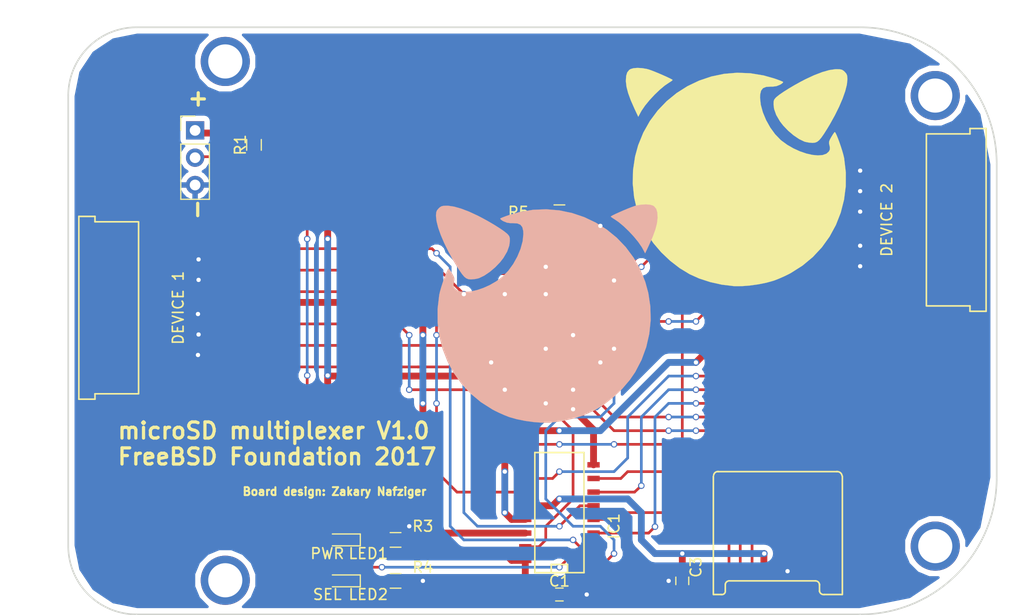
<source format=kicad_pcb>
(kicad_pcb (version 4) (host pcbnew 4.0.7)

  (general
    (links 57)
    (no_connects 0)
    (area 101.524999 67.234999 188.035001 121.995001)
    (thickness 1.6)
    (drawings 12)
    (tracks 385)
    (zones 0)
    (modules 18)
    (nets 31)
  )

  (page A4)
  (title_block
    (title "micro SD card multiplexer board")
    (date 2017-11-17)
    (rev 1.0)
    (company "FreeBSD Foundation")
  )

  (layers
    (0 F.Cu signal)
    (31 B.Cu signal)
    (32 B.Adhes user)
    (33 F.Adhes user)
    (34 B.Paste user)
    (35 F.Paste user)
    (36 B.SilkS user)
    (37 F.SilkS user)
    (38 B.Mask user)
    (39 F.Mask user)
    (40 Dwgs.User user)
    (41 Cmts.User user)
    (42 Eco1.User user)
    (43 Eco2.User user)
    (44 Edge.Cuts user)
    (45 Margin user)
    (46 B.CrtYd user)
    (47 F.CrtYd user)
    (48 B.Fab user)
    (49 F.Fab user)
  )

  (setup
    (last_trace_width 0.25)
    (user_trace_width 0.635)
    (trace_clearance 0.25)
    (zone_clearance 0.508)
    (zone_45_only no)
    (trace_min 0.2)
    (segment_width 0.2)
    (edge_width 0.15)
    (via_size 0.6)
    (via_drill 0.4)
    (via_min_size 0.4)
    (via_min_drill 0.3)
    (uvia_size 0.3)
    (uvia_drill 0.1)
    (uvias_allowed no)
    (uvia_min_size 0.2)
    (uvia_min_drill 0.1)
    (pcb_text_width 0.3)
    (pcb_text_size 1.5 1.5)
    (mod_edge_width 0.15)
    (mod_text_size 1 1)
    (mod_text_width 0.15)
    (pad_size 1.524 1.524)
    (pad_drill 0.762)
    (pad_to_mask_clearance 0)
    (solder_mask_min_width 0.0254)
    (aux_axis_origin 0 0)
    (grid_origin 101.6 121.92)
    (visible_elements FFFFFF7F)
    (pcbplotparams
      (layerselection 0x010f0_80000001)
      (usegerberextensions false)
      (excludeedgelayer true)
      (linewidth 0.100000)
      (plotframeref false)
      (viasonmask false)
      (mode 1)
      (useauxorigin false)
      (hpglpennumber 1)
      (hpglpenspeed 20)
      (hpglpendiameter 15)
      (hpglpenoverlay 2)
      (psnegative false)
      (psa4output false)
      (plotreference true)
      (plotvalue true)
      (plotinvisibletext false)
      (padsonsilk false)
      (subtractmaskfromsilk false)
      (outputformat 1)
      (mirror false)
      (drillshape 0)
      (scaleselection 1)
      (outputdirectory gerbers/))
  )

  (net 0 "")
  (net 1 VCC)
  (net 2 GND)
  (net 3 "Net-(C3-Pad1)")
  (net 4 VDD_1)
  (net 5 CMD_1)
  (net 6 CMD_2)
  (net 7 "Net-(IC1-Pad9)")
  (net 8 "Net-(IC1-Pad7)")
  (net 9 DAT3/CD_2)
  (net 10 DAT3/CD_1)
  (net 11 "Net-(IC1-Pad4)")
  (net 12 DAT2_2)
  (net 13 DAT2_1)
  (net 14 device_select)
  (net 15 OE)
  (net 16 DAT1_1)
  (net 17 DAT1_2)
  (net 18 DAT0_1)
  (net 19 DAT0_2)
  (net 20 "Net-(IC2-Pad9)")
  (net 21 "Net-(IC2-Pad7)")
  (net 22 "Net-(IC2-Pad6)")
  (net 23 "Net-(IC2-Pad5)")
  (net 24 "Net-(IC2-Pad4)")
  (net 25 CLK_2)
  (net 26 CLK_1)
  (net 27 VDD_2)
  (net 28 "Net-(LED1-Pad1)")
  (net 29 "Net-(LED2-Pad1)")
  (net 30 "Net-(IC2-Pad12)")

  (net_class Default "This is the default net class."
    (clearance 0.25)
    (trace_width 0.25)
    (via_dia 0.6)
    (via_drill 0.4)
    (uvia_dia 0.3)
    (uvia_drill 0.1)
    (add_net CLK_1)
    (add_net CLK_2)
    (add_net CMD_1)
    (add_net CMD_2)
    (add_net DAT0_1)
    (add_net DAT0_2)
    (add_net DAT1_1)
    (add_net DAT1_2)
    (add_net DAT2_1)
    (add_net DAT2_2)
    (add_net DAT3/CD_1)
    (add_net DAT3/CD_2)
    (add_net GND)
    (add_net "Net-(C3-Pad1)")
    (add_net "Net-(IC1-Pad4)")
    (add_net "Net-(IC1-Pad7)")
    (add_net "Net-(IC1-Pad9)")
    (add_net "Net-(IC2-Pad12)")
    (add_net "Net-(IC2-Pad4)")
    (add_net "Net-(IC2-Pad5)")
    (add_net "Net-(IC2-Pad6)")
    (add_net "Net-(IC2-Pad7)")
    (add_net "Net-(IC2-Pad9)")
    (add_net "Net-(LED1-Pad1)")
    (add_net "Net-(LED2-Pad1)")
    (add_net OE)
    (add_net VCC)
    (add_net VDD_1)
    (add_net VDD_2)
    (add_net device_select)
  )

  (module sd_mux_footprints:fbsd_logo (layer B.Cu) (tedit 0) (tstamp 5A1475C5)
    (at 146.05 93.98 180)
    (fp_text reference G*** (at 0 0 180) (layer B.SilkS) hide
      (effects (font (thickness 0.3)) (justify mirror))
    )
    (fp_text value LOGO (at 0.75 0 180) (layer B.SilkS) hide
      (effects (font (thickness 0.3)) (justify mirror))
    )
    (fp_poly (pts (xy 1.213801 9.695872) (xy 2.45101 9.491999) (xy 3.429 9.214974) (xy 3.767649 9.096073)
      (xy 4.045915 8.990117) (xy 4.224095 8.912631) (xy 4.264573 8.888232) (xy 4.240105 8.814358)
      (xy 4.096944 8.701207) (xy 3.96824 8.627135) (xy 3.652602 8.499855) (xy 3.311368 8.451103)
      (xy 3.090333 8.450992) (xy 2.677612 8.42519) (xy 2.390991 8.306292) (xy 2.213852 8.076901)
      (xy 2.129575 7.719619) (xy 2.116666 7.431688) (xy 2.185765 6.770536) (xy 2.38018 6.060154)
      (xy 2.680583 5.339364) (xy 3.067651 4.646987) (xy 3.522057 4.021845) (xy 4.024476 3.50276)
      (xy 4.107397 3.432659) (xy 4.649215 3.038509) (xy 5.230019 2.703354) (xy 5.827695 2.43224)
      (xy 6.420133 2.230213) (xy 6.985218 2.102319) (xy 7.500838 2.053604) (xy 7.944881 2.089114)
      (xy 8.295235 2.213894) (xy 8.524473 2.424733) (xy 8.611909 2.604419) (xy 8.616464 2.797886)
      (xy 8.575933 2.980771) (xy 8.533314 3.183829) (xy 8.543902 3.350392) (xy 8.621482 3.542929)
      (xy 8.751186 3.775026) (xy 8.897384 4.012649) (xy 9.013126 4.177904) (xy 9.067798 4.231665)
      (xy 9.133137 4.157195) (xy 9.234059 3.952557) (xy 9.358977 3.650213) (xy 9.496302 3.282623)
      (xy 9.634446 2.882251) (xy 9.761821 2.481558) (xy 9.866839 2.113005) (xy 9.937912 1.809055)
      (xy 9.943693 1.778) (xy 10.097378 0.472183) (xy 10.091582 -0.812208) (xy 9.932053 -2.063194)
      (xy 9.624536 -3.268799) (xy 9.17478 -4.417045) (xy 8.588532 -5.495955) (xy 7.871538 -6.493552)
      (xy 7.029547 -7.397858) (xy 6.068306 -8.196898) (xy 4.99356 -8.878693) (xy 4.774008 -8.995538)
      (xy 4.357304 -9.197901) (xy 3.904977 -9.397265) (xy 3.495077 -9.559786) (xy 3.375869 -9.601772)
      (xy 2.716077 -9.786869) (xy 1.964271 -9.938057) (xy 1.180026 -10.047306) (xy 0.422917 -10.106586)
      (xy -0.247482 -10.107867) (xy -0.338667 -10.102437) (xy -1.439043 -9.968447) (xy -2.527789 -9.726731)
      (xy -3.556359 -9.390401) (xy -4.429044 -8.99756) (xy -5.356736 -8.433579) (xy -6.251254 -7.742825)
      (xy -7.077004 -6.958512) (xy -7.798392 -6.113853) (xy -8.289948 -5.394785) (xy -8.877491 -4.263647)
      (xy -9.313791 -3.070659) (xy -9.596832 -1.834002) (xy -9.7246 -0.571858) (xy -9.695077 0.697591)
      (xy -9.506247 1.956163) (xy -9.220617 2.998927) (xy -8.743487 4.171499) (xy -8.134278 5.249889)
      (xy -7.405585 6.227906) (xy -6.570005 7.099362) (xy -5.640134 7.858066) (xy -4.628569 8.497829)
      (xy -3.547906 9.01246) (xy -2.410741 9.395769) (xy -1.229671 9.641568) (xy -0.017291 9.743666)
      (xy 1.213801 9.695872)) (layer B.SilkS) (width 0.01))
    (fp_poly (pts (xy 9.532312 10.065927) (xy 9.731497 10.024373) (xy 9.886327 9.930677) (xy 9.997179 9.827847)
      (xy 10.145772 9.654143) (xy 10.219839 9.474128) (xy 10.243677 9.217582) (xy 10.244666 9.112551)
      (xy 10.192477 8.627542) (xy 10.041589 8.032169) (xy 9.800517 7.347135) (xy 9.477777 6.593141)
      (xy 9.081886 5.79089) (xy 8.62136 4.961085) (xy 8.354954 4.518757) (xy 8.054542 4.044996)
      (xy 7.814067 3.700408) (xy 7.612624 3.465375) (xy 7.429311 3.320278) (xy 7.243222 3.2455)
      (xy 7.033455 3.221424) (xy 6.972197 3.22105) (xy 6.643363 3.248978) (xy 6.321018 3.314231)
      (xy 6.237888 3.340231) (xy 5.756806 3.570819) (xy 5.241336 3.918743) (xy 4.732712 4.349833)
      (xy 4.272172 4.829918) (xy 3.97162 5.218211) (xy 3.62221 5.81441) (xy 3.425482 6.370535)
      (xy 3.373864 6.782974) (xy 3.379535 7.060034) (xy 3.431433 7.24212) (xy 3.558289 7.402689)
      (xy 3.650549 7.490305) (xy 3.920206 7.70552) (xy 4.310512 7.973995) (xy 4.789309 8.276023)
      (xy 5.324443 8.591896) (xy 5.883755 8.901906) (xy 6.343642 9.14081) (xy 7.156138 9.518492)
      (xy 7.899323 9.80341) (xy 8.555343 9.989778) (xy 9.106346 10.071807) (xy 9.226501 10.075334)
      (xy 9.532312 10.065927)) (layer B.SilkS) (width 0.01))
    (fp_poly (pts (xy -8.854976 10.171624) (xy -8.429741 10.100903) (xy -8.212667 10.04066) (xy -7.935514 9.941197)
      (xy -7.593794 9.806529) (xy -7.220146 9.651056) (xy -6.847208 9.48918) (xy -6.507618 9.335302)
      (xy -6.234013 9.203823) (xy -6.059031 9.109143) (xy -6.011986 9.06963) (xy -6.078933 8.999286)
      (xy -6.24648 8.884712) (xy -6.329486 8.835274) (xy -6.74852 8.549651) (xy -7.218223 8.155421)
      (xy -7.702877 7.68962) (xy -8.166766 7.189281) (xy -8.574172 6.69144) (xy -8.889379 6.233132)
      (xy -8.962836 6.104784) (xy -9.208916 5.647902) (xy -9.563599 6.401118) (xy -9.908368 7.181891)
      (xy -10.152332 7.850147) (xy -10.301371 8.424867) (xy -10.361363 8.925034) (xy -10.362875 8.982054)
      (xy -10.337356 9.444815) (xy -10.236981 9.77717) (xy -10.051403 10.005276) (xy -9.925739 10.087181)
      (xy -9.657279 10.166238) (xy -9.282257 10.193894) (xy -8.854976 10.171624)) (layer B.SilkS) (width 0.01))
  )

  (module sd_mux_footprints:push_pull_uSD_slot_1040310811 (layer F.Cu) (tedit 5A0F5228) (tstamp 5A0F5460)
    (at 167.605107 120.070683)
    (path /5A0DE1ED)
    (fp_text reference J1 (at 0.0635 -5.461) (layer F.SilkS) hide
      (effects (font (size 1 1) (thickness 0.15)))
    )
    (fp_text value Micro_SD_Card_Det (at 0.0635 -14.4145) (layer F.Fab)
      (effects (font (size 1 1) (thickness 0.15)))
    )
    (fp_line (start 3.4925 -1.27) (end -4.3815 -1.27) (layer F.SilkS) (width 0.15))
    (fp_arc (start -4.51 -0.889) (end -4.8895 -0.9525) (angle 90) (layer F.SilkS) (width 0.15))
    (fp_arc (start 3.4925 -0.889) (end 3.4925 -1.27) (angle 90) (layer F.SilkS) (width 0.15))
    (fp_line (start -4.8895 -0.3) (end -4.8895 -0.95) (layer F.SilkS) (width 0.15))
    (fp_line (start 3.8735 -0.3) (end 3.8735 -0.95) (layer F.SilkS) (width 0.15))
    (fp_arc (start 4.2545 -0.381) (end 4.318 0) (angle 90) (layer F.SilkS) (width 0.15))
    (fp_arc (start -5.207 -0.3175) (end -4.8895 -0.254) (angle 90) (layer F.SilkS) (width 0.15))
    (fp_line (start 5.969 0) (end 4.318 0) (layer F.SilkS) (width 0.15))
    (fp_line (start -5.969 0) (end -5.2705 0) (layer F.SilkS) (width 0.15))
    (fp_line (start -5.588 -11.43) (end 5.5245 -11.43) (layer F.SilkS) (width 0.15))
    (fp_arc (start 5.5245 -10.9855) (end 5.461 -11.43) (angle 90) (layer F.SilkS) (width 0.15))
    (fp_line (start 6 0) (end 6 -11) (layer F.SilkS) (width 0.15))
    (fp_arc (start -5.588 -11.049) (end -5.969 -11.1125) (angle 90) (layer F.SilkS) (width 0.15))
    (fp_line (start -6 0) (end -6 -11) (layer F.SilkS) (width 0.15))
    (pad 5 smd rect (at -0.2 -0.25) (size 0.85 1.1) (layers F.Cu F.Paste F.Mask)
      (net 24 "Net-(IC2-Pad4)"))
    (pad 8 smd rect (at 3.105 -0.25) (size 0.85 1.1) (layers F.Cu F.Paste F.Mask)
      (net 30 "Net-(IC2-Pad12)"))
    (pad 6 smd rect (at 0.9 -0.25) (size 0.85 1.1) (layers F.Cu F.Paste F.Mask)
      (net 2 GND))
    (pad 7 smd rect (at 2 -0.25) (size 0.85 1.1) (layers F.Cu F.Paste F.Mask)
      (net 20 "Net-(IC2-Pad9)"))
    (pad 3 smd rect (at -2.4 -0.25) (size 0.85 1.1) (layers F.Cu F.Paste F.Mask)
      (net 7 "Net-(IC1-Pad9)"))
    (pad 4 smd rect (at -1.3 -0.25) (size 0.85 1.1) (layers F.Cu F.Paste F.Mask)
      (net 3 "Net-(C3-Pad1)"))
    (pad 2 smd rect (at -3.5 -0.25) (size 0.85 1.1) (layers F.Cu F.Paste F.Mask)
      (net 8 "Net-(IC1-Pad7)"))
    (pad 1 smd rect (at -4.545 -0.25) (size 0.75 1.1) (layers F.Cu F.Paste F.Mask)
      (net 11 "Net-(IC1-Pad4)"))
    (pad GND smd rect (at -6.42 -0.6) (size 2.5 1.8) (layers F.Cu F.Paste F.Mask))
    (pad GND smd rect (at 6.04 -0.375) (size 2.5 1.35) (layers F.Cu F.Paste F.Mask))
    (pad GND smd rect (at -3.73 -11.65) (size 1.9 2.5) (layers F.Cu F.Paste F.Mask))
    (pad GND smd rect (at 2.24 -11.65) (size 1.9 2.5) (layers F.Cu F.Paste F.Mask))
    (pad DET_ smd rect (at 6.14 -10.1) (size 2 1) (layers F.Cu F.Paste F.Mask))
    (pad DET_ smd rect (at 6.14 -6.4) (size 2 1) (layers F.Cu F.Paste F.Mask))
  )

  (module Capacitors_SMD:C_0603_HandSoldering (layer F.Cu) (tedit 5A1336C1) (tstamp 5A0F4F1B)
    (at 147.285107 120.070683)
    (descr "Capacitor SMD 0603, hand soldering")
    (tags "capacitor 0603")
    (path /5A0E0A40)
    (attr smd)
    (fp_text reference C1 (at 0 -1.25) (layer F.SilkS)
      (effects (font (size 1 1) (thickness 0.15)))
    )
    (fp_text value 100nF (at 5.08 0) (layer F.Fab)
      (effects (font (size 1 1) (thickness 0.15)))
    )
    (fp_text user %R (at 0 -1.25) (layer F.Fab)
      (effects (font (size 1 1) (thickness 0.15)))
    )
    (fp_line (start -0.8 0.4) (end -0.8 -0.4) (layer F.Fab) (width 0.1))
    (fp_line (start 0.8 0.4) (end -0.8 0.4) (layer F.Fab) (width 0.1))
    (fp_line (start 0.8 -0.4) (end 0.8 0.4) (layer F.Fab) (width 0.1))
    (fp_line (start -0.8 -0.4) (end 0.8 -0.4) (layer F.Fab) (width 0.1))
    (fp_line (start -0.35 -0.6) (end 0.35 -0.6) (layer F.SilkS) (width 0.12))
    (fp_line (start 0.35 0.6) (end -0.35 0.6) (layer F.SilkS) (width 0.12))
    (fp_line (start -1.8 -0.65) (end 1.8 -0.65) (layer F.CrtYd) (width 0.05))
    (fp_line (start -1.8 -0.65) (end -1.8 0.65) (layer F.CrtYd) (width 0.05))
    (fp_line (start 1.8 0.65) (end 1.8 -0.65) (layer F.CrtYd) (width 0.05))
    (fp_line (start 1.8 0.65) (end -1.8 0.65) (layer F.CrtYd) (width 0.05))
    (pad 1 smd rect (at -0.95 0) (size 1.2 0.75) (layers F.Cu F.Paste F.Mask)
      (net 1 VCC))
    (pad 2 smd rect (at 0.95 0) (size 1.2 0.75) (layers F.Cu F.Paste F.Mask)
      (net 2 GND))
    (model Capacitors_SMD.3dshapes/C_0603.wrl
      (at (xyz 0 0 0))
      (scale (xyz 1 1 1))
      (rotate (xyz 0 0 0))
    )
  )

  (module Capacitors_SMD:C_0603_HandSoldering (layer F.Cu) (tedit 58AA848B) (tstamp 5A0F4F21)
    (at 147.285107 99.750683)
    (descr "Capacitor SMD 0603, hand soldering")
    (tags "capacitor 0603")
    (path /5A0E1230)
    (attr smd)
    (fp_text reference C2 (at 0 -1.25) (layer F.SilkS)
      (effects (font (size 1 1) (thickness 0.15)))
    )
    (fp_text value 100nF (at 0 1.5) (layer F.Fab)
      (effects (font (size 1 1) (thickness 0.15)))
    )
    (fp_text user %R (at 0 -1.25) (layer F.Fab)
      (effects (font (size 1 1) (thickness 0.15)))
    )
    (fp_line (start -0.8 0.4) (end -0.8 -0.4) (layer F.Fab) (width 0.1))
    (fp_line (start 0.8 0.4) (end -0.8 0.4) (layer F.Fab) (width 0.1))
    (fp_line (start 0.8 -0.4) (end 0.8 0.4) (layer F.Fab) (width 0.1))
    (fp_line (start -0.8 -0.4) (end 0.8 -0.4) (layer F.Fab) (width 0.1))
    (fp_line (start -0.35 -0.6) (end 0.35 -0.6) (layer F.SilkS) (width 0.12))
    (fp_line (start 0.35 0.6) (end -0.35 0.6) (layer F.SilkS) (width 0.12))
    (fp_line (start -1.8 -0.65) (end 1.8 -0.65) (layer F.CrtYd) (width 0.05))
    (fp_line (start -1.8 -0.65) (end -1.8 0.65) (layer F.CrtYd) (width 0.05))
    (fp_line (start 1.8 0.65) (end 1.8 -0.65) (layer F.CrtYd) (width 0.05))
    (fp_line (start 1.8 0.65) (end -1.8 0.65) (layer F.CrtYd) (width 0.05))
    (pad 1 smd rect (at -0.95 0) (size 1.2 0.75) (layers F.Cu F.Paste F.Mask)
      (net 1 VCC))
    (pad 2 smd rect (at 0.95 0) (size 1.2 0.75) (layers F.Cu F.Paste F.Mask)
      (net 2 GND))
    (model Capacitors_SMD.3dshapes/C_0603.wrl
      (at (xyz 0 0 0))
      (scale (xyz 1 1 1))
      (rotate (xyz 0 0 0))
    )
  )

  (module Capacitors_SMD:C_0603_HandSoldering (layer F.Cu) (tedit 5A133AFB) (tstamp 5A0F4F27)
    (at 158.715107 118.800683 270)
    (descr "Capacitor SMD 0603, hand soldering")
    (tags "capacitor 0603")
    (path /5A0E19BB)
    (attr smd)
    (fp_text reference C3 (at -1.27 -1.27 270) (layer F.SilkS)
      (effects (font (size 1 1) (thickness 0.15)))
    )
    (fp_text value 100nF (at 0 1.5 270) (layer F.Fab)
      (effects (font (size 1 1) (thickness 0.15)))
    )
    (fp_text user %R (at -1.27 -1.27 270) (layer F.Fab)
      (effects (font (size 1 1) (thickness 0.15)))
    )
    (fp_line (start -0.8 0.4) (end -0.8 -0.4) (layer F.Fab) (width 0.1))
    (fp_line (start 0.8 0.4) (end -0.8 0.4) (layer F.Fab) (width 0.1))
    (fp_line (start 0.8 -0.4) (end 0.8 0.4) (layer F.Fab) (width 0.1))
    (fp_line (start -0.8 -0.4) (end 0.8 -0.4) (layer F.Fab) (width 0.1))
    (fp_line (start -0.35 -0.6) (end 0.35 -0.6) (layer F.SilkS) (width 0.12))
    (fp_line (start 0.35 0.6) (end -0.35 0.6) (layer F.SilkS) (width 0.12))
    (fp_line (start -1.8 -0.65) (end 1.8 -0.65) (layer F.CrtYd) (width 0.05))
    (fp_line (start -1.8 -0.65) (end -1.8 0.65) (layer F.CrtYd) (width 0.05))
    (fp_line (start 1.8 0.65) (end 1.8 -0.65) (layer F.CrtYd) (width 0.05))
    (fp_line (start 1.8 0.65) (end -1.8 0.65) (layer F.CrtYd) (width 0.05))
    (pad 1 smd rect (at -0.95 0 270) (size 1.2 0.75) (layers F.Cu F.Paste F.Mask)
      (net 3 "Net-(C3-Pad1)"))
    (pad 2 smd rect (at 0.95 0 270) (size 1.2 0.75) (layers F.Cu F.Paste F.Mask)
      (net 2 GND))
    (model Capacitors_SMD.3dshapes/C_0603.wrl
      (at (xyz 0 0 0))
      (scale (xyz 1 1 1))
      (rotate (xyz 0 0 0))
    )
  )

  (module SMD_Packages:SO-16-N (layer F.Cu) (tedit 5A133EA2) (tstamp 5A0F4F3B)
    (at 147.285107 112.450683 90)
    (descr "Module CMS SOJ 16 pins large")
    (tags "CMS SOJ")
    (path /5A0DDE4F)
    (attr smd)
    (fp_text reference IC1 (at -1.27 5.08 90) (layer F.SilkS)
      (effects (font (size 1 1) (thickness 0.15)))
    )
    (fp_text value SN74CBT3257DR (at 0 1.27 90) (layer F.Fab)
      (effects (font (size 1 1) (thickness 0.15)))
    )
    (fp_line (start -5.588 -0.762) (end -4.826 -0.762) (layer F.SilkS) (width 0.15))
    (fp_line (start -4.826 -0.762) (end -4.826 0.762) (layer F.SilkS) (width 0.15))
    (fp_line (start -4.826 0.762) (end -5.588 0.762) (layer F.SilkS) (width 0.15))
    (fp_line (start 5.588 -2.286) (end 5.588 2.286) (layer F.SilkS) (width 0.15))
    (fp_line (start 5.588 2.286) (end -5.588 2.286) (layer F.SilkS) (width 0.15))
    (fp_line (start -5.588 2.286) (end -5.588 -2.286) (layer F.SilkS) (width 0.15))
    (fp_line (start -5.588 -2.286) (end 5.588 -2.286) (layer F.SilkS) (width 0.15))
    (pad 16 smd rect (at -4.445 -3.175 90) (size 0.508 1.143) (layers F.Cu F.Paste F.Mask)
      (net 1 VCC))
    (pad 14 smd rect (at -1.905 -3.175 90) (size 0.508 1.143) (layers F.Cu F.Paste F.Mask)
      (net 4 VDD_1))
    (pad 13 smd rect (at -0.635 -3.175 90) (size 0.508 1.143) (layers F.Cu F.Paste F.Mask)
      (net 27 VDD_2))
    (pad 12 smd rect (at 0.635 -3.175 90) (size 0.508 1.143) (layers F.Cu F.Paste F.Mask)
      (net 3 "Net-(C3-Pad1)"))
    (pad 11 smd rect (at 1.905 -3.175 90) (size 0.508 1.143) (layers F.Cu F.Paste F.Mask)
      (net 5 CMD_1))
    (pad 10 smd rect (at 3.175 -3.175 90) (size 0.508 1.143) (layers F.Cu F.Paste F.Mask)
      (net 6 CMD_2))
    (pad 9 smd rect (at 4.445 -3.175 90) (size 0.508 1.143) (layers F.Cu F.Paste F.Mask)
      (net 7 "Net-(IC1-Pad9)"))
    (pad 8 smd rect (at 4.445 3.175 90) (size 0.508 1.143) (layers F.Cu F.Paste F.Mask)
      (net 2 GND))
    (pad 7 smd rect (at 3.175 3.175 90) (size 0.508 1.143) (layers F.Cu F.Paste F.Mask)
      (net 8 "Net-(IC1-Pad7)"))
    (pad 6 smd rect (at 1.905 3.175 90) (size 0.508 1.143) (layers F.Cu F.Paste F.Mask)
      (net 9 DAT3/CD_2))
    (pad 5 smd rect (at 0.635 3.175 90) (size 0.508 1.143) (layers F.Cu F.Paste F.Mask)
      (net 10 DAT3/CD_1))
    (pad 4 smd rect (at -0.635 3.175 90) (size 0.508 1.143) (layers F.Cu F.Paste F.Mask)
      (net 11 "Net-(IC1-Pad4)"))
    (pad 3 smd rect (at -1.905 3.175 90) (size 0.508 1.143) (layers F.Cu F.Paste F.Mask)
      (net 12 DAT2_2))
    (pad 2 smd rect (at -3.175 3.175 90) (size 0.508 1.143) (layers F.Cu F.Paste F.Mask)
      (net 13 DAT2_1))
    (pad 1 smd rect (at -4.445 3.175 90) (size 0.508 1.143) (layers F.Cu F.Paste F.Mask)
      (net 14 device_select))
    (pad 15 smd rect (at -3.175 -3.175 90) (size 0.508 1.143) (layers F.Cu F.Paste F.Mask)
      (net 15 OE))
    (model SMD_Packages.3dshapes/SO-16-N.wrl
      (at (xyz 0 0 0))
      (scale (xyz 0.5 0.4 0.5))
      (rotate (xyz 0 0 0))
    )
  )

  (module SMD_Packages:SO-16-N (layer F.Cu) (tedit 5A133EA7) (tstamp 5A0F4F4F)
    (at 147.285107 92.130683 90)
    (descr "Module CMS SOJ 16 pins large")
    (tags "CMS SOJ")
    (path /5A0DDEBA)
    (attr smd)
    (fp_text reference IC2 (at -1.27 5.08 90) (layer F.SilkS)
      (effects (font (size 1 1) (thickness 0.15)))
    )
    (fp_text value SN74CBT3257DR (at 0 1.27 90) (layer F.Fab)
      (effects (font (size 1 1) (thickness 0.15)))
    )
    (fp_line (start -5.588 -0.762) (end -4.826 -0.762) (layer F.SilkS) (width 0.15))
    (fp_line (start -4.826 -0.762) (end -4.826 0.762) (layer F.SilkS) (width 0.15))
    (fp_line (start -4.826 0.762) (end -5.588 0.762) (layer F.SilkS) (width 0.15))
    (fp_line (start 5.588 -2.286) (end 5.588 2.286) (layer F.SilkS) (width 0.15))
    (fp_line (start 5.588 2.286) (end -5.588 2.286) (layer F.SilkS) (width 0.15))
    (fp_line (start -5.588 2.286) (end -5.588 -2.286) (layer F.SilkS) (width 0.15))
    (fp_line (start -5.588 -2.286) (end 5.588 -2.286) (layer F.SilkS) (width 0.15))
    (pad 16 smd rect (at -4.445 -3.175 90) (size 0.508 1.143) (layers F.Cu F.Paste F.Mask)
      (net 1 VCC))
    (pad 14 smd rect (at -1.905 -3.175 90) (size 0.508 1.143) (layers F.Cu F.Paste F.Mask)
      (net 16 DAT1_1))
    (pad 13 smd rect (at -0.635 -3.175 90) (size 0.508 1.143) (layers F.Cu F.Paste F.Mask)
      (net 17 DAT1_2))
    (pad 12 smd rect (at 0.635 -3.175 90) (size 0.508 1.143) (layers F.Cu F.Paste F.Mask)
      (net 30 "Net-(IC2-Pad12)"))
    (pad 11 smd rect (at 1.905 -3.175 90) (size 0.508 1.143) (layers F.Cu F.Paste F.Mask)
      (net 18 DAT0_1))
    (pad 10 smd rect (at 3.175 -3.175 90) (size 0.508 1.143) (layers F.Cu F.Paste F.Mask)
      (net 19 DAT0_2))
    (pad 9 smd rect (at 4.445 -3.175 90) (size 0.508 1.143) (layers F.Cu F.Paste F.Mask)
      (net 20 "Net-(IC2-Pad9)"))
    (pad 8 smd rect (at 4.445 3.175 90) (size 0.508 1.143) (layers F.Cu F.Paste F.Mask)
      (net 2 GND))
    (pad 7 smd rect (at 3.175 3.175 90) (size 0.508 1.143) (layers F.Cu F.Paste F.Mask)
      (net 21 "Net-(IC2-Pad7)"))
    (pad 6 smd rect (at 1.905 3.175 90) (size 0.508 1.143) (layers F.Cu F.Paste F.Mask)
      (net 22 "Net-(IC2-Pad6)"))
    (pad 5 smd rect (at 0.635 3.175 90) (size 0.508 1.143) (layers F.Cu F.Paste F.Mask)
      (net 23 "Net-(IC2-Pad5)"))
    (pad 4 smd rect (at -0.635 3.175 90) (size 0.508 1.143) (layers F.Cu F.Paste F.Mask)
      (net 24 "Net-(IC2-Pad4)"))
    (pad 3 smd rect (at -1.905 3.175 90) (size 0.508 1.143) (layers F.Cu F.Paste F.Mask)
      (net 25 CLK_2))
    (pad 2 smd rect (at -3.175 3.175 90) (size 0.508 1.143) (layers F.Cu F.Paste F.Mask)
      (net 26 CLK_1))
    (pad 1 smd rect (at -4.445 3.175 90) (size 0.508 1.143) (layers F.Cu F.Paste F.Mask)
      (net 14 device_select))
    (pad 15 smd rect (at -3.175 -3.175 90) (size 0.508 1.143) (layers F.Cu F.Paste F.Mask)
      (net 15 OE))
    (model SMD_Packages.3dshapes/SO-16-N.wrl
      (at (xyz 0 0 0))
      (scale (xyz 0.5 0.4 0.5))
      (rotate (xyz 0 0 0))
    )
  )

  (module sd_mux_footprints:FFC_connector_SFW12R-2STE1LF (layer F.Cu) (tedit 5A133E08) (tstamp 5A0F4F7D)
    (at 108.585 93.400683 270)
    (path /5A0DE162)
    (fp_text reference J2 (at 0 3.2385 270) (layer F.SilkS) hide
      (effects (font (size 1 1) (thickness 0.15)))
    )
    (fp_text value "DEVICE 1" (at 0 -3.2385 270) (layer F.SilkS)
      (effects (font (size 1 1) (thickness 0.15)))
    )
    (fp_line (start -8.5 6) (end 8.5 6) (layer F.SilkS) (width 0.15))
    (fp_line (start 8.5 4.5) (end 8.5 6) (layer F.SilkS) (width 0.15))
    (fp_line (start -8.5 4.5) (end -8.5 6) (layer F.SilkS) (width 0.15))
    (fp_line (start 8 4.5) (end 8.5 4.5) (layer F.SilkS) (width 0.15))
    (fp_line (start -8 4.5) (end -8.5 4.5) (layer F.SilkS) (width 0.15))
    (fp_line (start -8.001 0.4445) (end 8.001 0.4445) (layer F.SilkS) (width 0.15))
    (fp_line (start 8 0.5) (end 8 4.5) (layer F.SilkS) (width 0.15))
    (fp_line (start -8 0.5) (end -8 4.5) (layer F.SilkS) (width 0.15))
    (pad "" smd rect (at 6.9 -0.75 270) (size 1.5 1.5) (layers F.Cu F.Paste F.Mask))
    (pad 9 smd rect (at 2.5 -0.5 270) (size 0.6 3) (layers F.Cu F.Paste F.Mask)
      (net 2 GND))
    (pad 10 smd rect (at 3.5 -0.5 270) (size 0.6 3) (layers F.Cu F.Paste F.Mask)
      (net 18 DAT0_1))
    (pad 12 smd rect (at 5.5 -0.5 270) (size 0.6 3) (layers F.Cu F.Paste F.Mask)
      (net 16 DAT1_1))
    (pad 11 smd rect (at 4.5 -0.5 270) (size 0.6 3) (layers F.Cu F.Paste F.Mask)
      (net 2 GND))
    (pad 5 smd rect (at -1.5 -0.5 270) (size 0.6 3) (layers F.Cu F.Paste F.Mask)
      (net 5 CMD_1))
    (pad 6 smd rect (at -0.5 -0.5 270) (size 0.6 3) (layers F.Cu F.Paste F.Mask)
      (net 4 VDD_1))
    (pad 8 smd rect (at 1.5 -0.5 270) (size 0.6 3) (layers F.Cu F.Paste F.Mask)
      (net 26 CLK_1))
    (pad 7 smd rect (at 0.5 -0.5 270) (size 0.6 3) (layers F.Cu F.Paste F.Mask)
      (net 2 GND))
    (pad 3 smd rect (at -3.5 -0.5 270) (size 0.6 3) (layers F.Cu F.Paste F.Mask)
      (net 10 DAT3/CD_1))
    (pad 4 smd rect (at -2.5 -0.5 270) (size 0.6 3) (layers F.Cu F.Paste F.Mask)
      (net 2 GND))
    (pad 2 smd rect (at -4.5 -0.5 270) (size 0.6 3) (layers F.Cu F.Paste F.Mask)
      (net 2 GND))
    (pad 1 smd rect (at -5.5 -0.5 270) (size 0.6 3) (layers F.Cu F.Paste F.Mask)
      (net 13 DAT2_1))
    (pad A2 smd rect (at 6.5 2.1 270) (size 0.7 4.2) (layers F.Cu F.Paste F.Mask))
    (pad A1 smd rect (at -6.5 2.1 270) (size 0.7 4.2) (layers F.Cu F.Paste F.Mask))
    (pad "" smd rect (at -6.9 -0.75 270) (size 1.5 1.5) (layers F.Cu F.Paste F.Mask))
  )

  (module sd_mux_footprints:FFC_connector_SFW12R-2STE1LF (layer F.Cu) (tedit 5A133E13) (tstamp 5A0F4F99)
    (at 180.975 85.225 90)
    (path /5A0DE319)
    (fp_text reference J3 (at 0 3.2385 90) (layer F.SilkS) hide
      (effects (font (size 1 1) (thickness 0.15)))
    )
    (fp_text value "DEVICE 2" (at 0 -3.2385 90) (layer F.SilkS)
      (effects (font (size 1 1) (thickness 0.15)))
    )
    (fp_line (start -8.5 6) (end 8.5 6) (layer F.SilkS) (width 0.15))
    (fp_line (start 8.5 4.5) (end 8.5 6) (layer F.SilkS) (width 0.15))
    (fp_line (start -8.5 4.5) (end -8.5 6) (layer F.SilkS) (width 0.15))
    (fp_line (start 8 4.5) (end 8.5 4.5) (layer F.SilkS) (width 0.15))
    (fp_line (start -8 4.5) (end -8.5 4.5) (layer F.SilkS) (width 0.15))
    (fp_line (start -8.001 0.4445) (end 8.001 0.4445) (layer F.SilkS) (width 0.15))
    (fp_line (start 8 0.5) (end 8 4.5) (layer F.SilkS) (width 0.15))
    (fp_line (start -8 0.5) (end -8 4.5) (layer F.SilkS) (width 0.15))
    (pad "" smd rect (at 6.9 -0.75 90) (size 1.5 1.5) (layers F.Cu F.Paste F.Mask))
    (pad 9 smd rect (at 2.5 -0.5 90) (size 0.6 3) (layers F.Cu F.Paste F.Mask)
      (net 2 GND))
    (pad 10 smd rect (at 3.5 -0.5 90) (size 0.6 3) (layers F.Cu F.Paste F.Mask)
      (net 19 DAT0_2))
    (pad 12 smd rect (at 5.5 -0.5 90) (size 0.6 3) (layers F.Cu F.Paste F.Mask)
      (net 17 DAT1_2))
    (pad 11 smd rect (at 4.5 -0.5 90) (size 0.6 3) (layers F.Cu F.Paste F.Mask)
      (net 2 GND))
    (pad 5 smd rect (at -1.5 -0.5 90) (size 0.6 3) (layers F.Cu F.Paste F.Mask)
      (net 6 CMD_2))
    (pad 6 smd rect (at -0.5 -0.5 90) (size 0.6 3) (layers F.Cu F.Paste F.Mask)
      (net 27 VDD_2))
    (pad 8 smd rect (at 1.5 -0.5 90) (size 0.6 3) (layers F.Cu F.Paste F.Mask)
      (net 25 CLK_2))
    (pad 7 smd rect (at 0.5 -0.5 90) (size 0.6 3) (layers F.Cu F.Paste F.Mask)
      (net 2 GND))
    (pad 3 smd rect (at -3.5 -0.5 90) (size 0.6 3) (layers F.Cu F.Paste F.Mask)
      (net 9 DAT3/CD_2))
    (pad 4 smd rect (at -2.5 -0.5 90) (size 0.6 3) (layers F.Cu F.Paste F.Mask)
      (net 2 GND))
    (pad 2 smd rect (at -4.5 -0.5 90) (size 0.6 3) (layers F.Cu F.Paste F.Mask)
      (net 2 GND))
    (pad 1 smd rect (at -5.5 -0.5 90) (size 0.6 3) (layers F.Cu F.Paste F.Mask)
      (net 12 DAT2_2))
    (pad A2 smd rect (at 6.5 2.1 90) (size 0.7 4.2) (layers F.Cu F.Paste F.Mask))
    (pad A1 smd rect (at -6.5 2.1 90) (size 0.7 4.2) (layers F.Cu F.Paste F.Mask))
    (pad "" smd rect (at -6.9 -0.75 90) (size 1.5 1.5) (layers F.Cu F.Paste F.Mask))
  )

  (module Pin_Headers:Pin_Header_Straight_1x03_Pitch2.54mm (layer F.Cu) (tedit 5A133D46) (tstamp 5A0F4FA0)
    (at 113.397182 76.898804)
    (descr "Through hole straight pin header, 1x03, 2.54mm pitch, single row")
    (tags "Through hole pin header THT 1x03 2.54mm single row")
    (path /5A0DFB80)
    (fp_text reference J4 (at 0 -2.33) (layer F.SilkS) hide
      (effects (font (size 1 1) (thickness 0.15)))
    )
    (fp_text value CONTROL (at 5.347818 -2.603804) (layer F.Fab)
      (effects (font (size 1 1) (thickness 0.15)))
    )
    (fp_line (start -0.635 -1.27) (end 1.27 -1.27) (layer F.Fab) (width 0.1))
    (fp_line (start 1.27 -1.27) (end 1.27 6.35) (layer F.Fab) (width 0.1))
    (fp_line (start 1.27 6.35) (end -1.27 6.35) (layer F.Fab) (width 0.1))
    (fp_line (start -1.27 6.35) (end -1.27 -0.635) (layer F.Fab) (width 0.1))
    (fp_line (start -1.27 -0.635) (end -0.635 -1.27) (layer F.Fab) (width 0.1))
    (fp_line (start -1.33 6.41) (end 1.33 6.41) (layer F.SilkS) (width 0.12))
    (fp_line (start -1.33 1.27) (end -1.33 6.41) (layer F.SilkS) (width 0.12))
    (fp_line (start 1.33 1.27) (end 1.33 6.41) (layer F.SilkS) (width 0.12))
    (fp_line (start -1.33 1.27) (end 1.33 1.27) (layer F.SilkS) (width 0.12))
    (fp_line (start -1.33 0) (end -1.33 -1.33) (layer F.SilkS) (width 0.12))
    (fp_line (start -1.33 -1.33) (end 0 -1.33) (layer F.SilkS) (width 0.12))
    (fp_line (start -1.8 -1.8) (end -1.8 6.85) (layer F.CrtYd) (width 0.05))
    (fp_line (start -1.8 6.85) (end 1.8 6.85) (layer F.CrtYd) (width 0.05))
    (fp_line (start 1.8 6.85) (end 1.8 -1.8) (layer F.CrtYd) (width 0.05))
    (fp_line (start 1.8 -1.8) (end -1.8 -1.8) (layer F.CrtYd) (width 0.05))
    (fp_text user %R (at 0 2.54 90) (layer F.Fab)
      (effects (font (size 1 1) (thickness 0.15)))
    )
    (pad 1 thru_hole rect (at 0 0) (size 1.7 1.7) (drill 1) (layers *.Cu *.Mask)
      (net 1 VCC))
    (pad 2 thru_hole oval (at 0 2.54) (size 1.7 1.7) (drill 1) (layers *.Cu *.Mask)
      (net 14 device_select))
    (pad 3 thru_hole oval (at 0 5.08) (size 1.7 1.7) (drill 1) (layers *.Cu *.Mask)
      (net 2 GND))
    (model ${KISYS3DMOD}/Pin_Headers.3dshapes/Pin_Header_Straight_1x03_Pitch2.54mm.wrl
      (at (xyz 0 0 0))
      (scale (xyz 1 1 1))
      (rotate (xyz 0 0 0))
    )
  )

  (module LEDs:LED_0603_HandSoldering (layer F.Cu) (tedit 5A133D03) (tstamp 5A0F4FA6)
    (at 126.965107 114.990683 180)
    (descr "LED SMD 0603, hand soldering")
    (tags "LED 0603")
    (path /5A0F157B)
    (attr smd)
    (fp_text reference LED1 (at -2.54 -1.27 180) (layer F.SilkS)
      (effects (font (size 1 1) (thickness 0.15)))
    )
    (fp_text value PWR (at 1.27 -1.27 180) (layer F.SilkS)
      (effects (font (size 1 1) (thickness 0.15)))
    )
    (fp_line (start -1.8 -0.55) (end -1.8 0.55) (layer F.SilkS) (width 0.12))
    (fp_line (start -0.2 -0.2) (end -0.2 0.2) (layer F.Fab) (width 0.1))
    (fp_line (start -0.15 0) (end 0.15 -0.2) (layer F.Fab) (width 0.1))
    (fp_line (start 0.15 0.2) (end -0.15 0) (layer F.Fab) (width 0.1))
    (fp_line (start 0.15 -0.2) (end 0.15 0.2) (layer F.Fab) (width 0.1))
    (fp_line (start 0.8 0.4) (end -0.8 0.4) (layer F.Fab) (width 0.1))
    (fp_line (start 0.8 -0.4) (end 0.8 0.4) (layer F.Fab) (width 0.1))
    (fp_line (start -0.8 -0.4) (end 0.8 -0.4) (layer F.Fab) (width 0.1))
    (fp_line (start -1.8 0.55) (end 0.8 0.55) (layer F.SilkS) (width 0.12))
    (fp_line (start -1.8 -0.55) (end 0.8 -0.55) (layer F.SilkS) (width 0.12))
    (fp_line (start -1.96 -0.7) (end 1.95 -0.7) (layer F.CrtYd) (width 0.05))
    (fp_line (start -1.96 -0.7) (end -1.96 0.7) (layer F.CrtYd) (width 0.05))
    (fp_line (start 1.95 0.7) (end 1.95 -0.7) (layer F.CrtYd) (width 0.05))
    (fp_line (start 1.95 0.7) (end -1.96 0.7) (layer F.CrtYd) (width 0.05))
    (fp_line (start -0.8 -0.4) (end -0.8 0.4) (layer F.Fab) (width 0.1))
    (pad 1 smd rect (at -1.1 0 180) (size 1.2 0.9) (layers F.Cu F.Paste F.Mask)
      (net 28 "Net-(LED1-Pad1)"))
    (pad 2 smd rect (at 1.1 0 180) (size 1.2 0.9) (layers F.Cu F.Paste F.Mask)
      (net 1 VCC))
    (model ${KISYS3DMOD}/LEDs.3dshapes/LED_0603.wrl
      (at (xyz 0 0 0))
      (scale (xyz 1 1 1))
      (rotate (xyz 0 0 180))
    )
  )

  (module LEDs:LED_0603_HandSoldering (layer F.Cu) (tedit 5A133D05) (tstamp 5A0F4FAC)
    (at 126.965107 118.800683 180)
    (descr "LED SMD 0603, hand soldering")
    (tags "LED 0603")
    (path /5A0F15B8)
    (attr smd)
    (fp_text reference LED2 (at -2.54 -1.27 180) (layer F.SilkS)
      (effects (font (size 1 1) (thickness 0.15)))
    )
    (fp_text value SEL (at 1.27 -1.27 180) (layer F.SilkS)
      (effects (font (size 1 1) (thickness 0.15)))
    )
    (fp_line (start -1.8 -0.55) (end -1.8 0.55) (layer F.SilkS) (width 0.12))
    (fp_line (start -0.2 -0.2) (end -0.2 0.2) (layer F.Fab) (width 0.1))
    (fp_line (start -0.15 0) (end 0.15 -0.2) (layer F.Fab) (width 0.1))
    (fp_line (start 0.15 0.2) (end -0.15 0) (layer F.Fab) (width 0.1))
    (fp_line (start 0.15 -0.2) (end 0.15 0.2) (layer F.Fab) (width 0.1))
    (fp_line (start 0.8 0.4) (end -0.8 0.4) (layer F.Fab) (width 0.1))
    (fp_line (start 0.8 -0.4) (end 0.8 0.4) (layer F.Fab) (width 0.1))
    (fp_line (start -0.8 -0.4) (end 0.8 -0.4) (layer F.Fab) (width 0.1))
    (fp_line (start -1.8 0.55) (end 0.8 0.55) (layer F.SilkS) (width 0.12))
    (fp_line (start -1.8 -0.55) (end 0.8 -0.55) (layer F.SilkS) (width 0.12))
    (fp_line (start -1.96 -0.7) (end 1.95 -0.7) (layer F.CrtYd) (width 0.05))
    (fp_line (start -1.96 -0.7) (end -1.96 0.7) (layer F.CrtYd) (width 0.05))
    (fp_line (start 1.95 0.7) (end 1.95 -0.7) (layer F.CrtYd) (width 0.05))
    (fp_line (start 1.95 0.7) (end -1.96 0.7) (layer F.CrtYd) (width 0.05))
    (fp_line (start -0.8 -0.4) (end -0.8 0.4) (layer F.Fab) (width 0.1))
    (pad 1 smd rect (at -1.1 0 180) (size 1.2 0.9) (layers F.Cu F.Paste F.Mask)
      (net 29 "Net-(LED2-Pad1)"))
    (pad 2 smd rect (at 1.1 0 180) (size 1.2 0.9) (layers F.Cu F.Paste F.Mask)
      (net 14 device_select))
    (model ${KISYS3DMOD}/LEDs.3dshapes/LED_0603.wrl
      (at (xyz 0 0 0))
      (scale (xyz 1 1 1))
      (rotate (xyz 0 0 180))
    )
  )

  (module Resistors_SMD:R_0603_HandSoldering (layer F.Cu) (tedit 5A133D3B) (tstamp 5A0F4FB2)
    (at 118.876266 78.246778 270)
    (descr "Resistor SMD 0603, hand soldering")
    (tags "resistor 0603")
    (path /5A0E00B7)
    (attr smd)
    (fp_text reference R1 (at 0 1.27 270) (layer F.SilkS)
      (effects (font (size 1 1) (thickness 0.15)))
    )
    (fp_text value 10K (at 0 1.55 270) (layer F.Fab)
      (effects (font (size 1 1) (thickness 0.15)))
    )
    (fp_text user %R (at 0 0 270) (layer F.Fab)
      (effects (font (size 0.4 0.4) (thickness 0.075)))
    )
    (fp_line (start -0.8 0.4) (end -0.8 -0.4) (layer F.Fab) (width 0.1))
    (fp_line (start 0.8 0.4) (end -0.8 0.4) (layer F.Fab) (width 0.1))
    (fp_line (start 0.8 -0.4) (end 0.8 0.4) (layer F.Fab) (width 0.1))
    (fp_line (start -0.8 -0.4) (end 0.8 -0.4) (layer F.Fab) (width 0.1))
    (fp_line (start 0.5 0.68) (end -0.5 0.68) (layer F.SilkS) (width 0.12))
    (fp_line (start -0.5 -0.68) (end 0.5 -0.68) (layer F.SilkS) (width 0.12))
    (fp_line (start -1.96 -0.7) (end 1.95 -0.7) (layer F.CrtYd) (width 0.05))
    (fp_line (start -1.96 -0.7) (end -1.96 0.7) (layer F.CrtYd) (width 0.05))
    (fp_line (start 1.95 0.7) (end 1.95 -0.7) (layer F.CrtYd) (width 0.05))
    (fp_line (start 1.95 0.7) (end -1.96 0.7) (layer F.CrtYd) (width 0.05))
    (pad 1 smd rect (at -1.1 0 270) (size 1.2 0.9) (layers F.Cu F.Paste F.Mask)
      (net 1 VCC))
    (pad 2 smd rect (at 1.1 0 270) (size 1.2 0.9) (layers F.Cu F.Paste F.Mask)
      (net 14 device_select))
    (model ${KISYS3DMOD}/Resistors_SMD.3dshapes/R_0603.wrl
      (at (xyz 0 0 0))
      (scale (xyz 1 1 1))
      (rotate (xyz 0 0 0))
    )
  )

  (module Resistors_SMD:R_0603_HandSoldering (layer F.Cu) (tedit 58E0A804) (tstamp 5A0F4FB8)
    (at 142.205107 97.210683 90)
    (descr "Resistor SMD 0603, hand soldering")
    (tags "resistor 0603")
    (path /5A0E043C)
    (attr smd)
    (fp_text reference R2 (at 0 -1.45 90) (layer F.SilkS)
      (effects (font (size 1 1) (thickness 0.15)))
    )
    (fp_text value 10K (at 0 1.55 90) (layer F.Fab)
      (effects (font (size 1 1) (thickness 0.15)))
    )
    (fp_text user %R (at 0 0 90) (layer F.Fab)
      (effects (font (size 0.4 0.4) (thickness 0.075)))
    )
    (fp_line (start -0.8 0.4) (end -0.8 -0.4) (layer F.Fab) (width 0.1))
    (fp_line (start 0.8 0.4) (end -0.8 0.4) (layer F.Fab) (width 0.1))
    (fp_line (start 0.8 -0.4) (end 0.8 0.4) (layer F.Fab) (width 0.1))
    (fp_line (start -0.8 -0.4) (end 0.8 -0.4) (layer F.Fab) (width 0.1))
    (fp_line (start 0.5 0.68) (end -0.5 0.68) (layer F.SilkS) (width 0.12))
    (fp_line (start -0.5 -0.68) (end 0.5 -0.68) (layer F.SilkS) (width 0.12))
    (fp_line (start -1.96 -0.7) (end 1.95 -0.7) (layer F.CrtYd) (width 0.05))
    (fp_line (start -1.96 -0.7) (end -1.96 0.7) (layer F.CrtYd) (width 0.05))
    (fp_line (start 1.95 0.7) (end 1.95 -0.7) (layer F.CrtYd) (width 0.05))
    (fp_line (start 1.95 0.7) (end -1.96 0.7) (layer F.CrtYd) (width 0.05))
    (pad 1 smd rect (at -1.1 0 90) (size 1.2 0.9) (layers F.Cu F.Paste F.Mask)
      (net 2 GND))
    (pad 2 smd rect (at 1.1 0 90) (size 1.2 0.9) (layers F.Cu F.Paste F.Mask)
      (net 15 OE))
    (model ${KISYS3DMOD}/Resistors_SMD.3dshapes/R_0603.wrl
      (at (xyz 0 0 0))
      (scale (xyz 1 1 1))
      (rotate (xyz 0 0 0))
    )
  )

  (module Resistors_SMD:R_0603_HandSoldering (layer F.Cu) (tedit 5A133D17) (tstamp 5A0F4FBE)
    (at 132.045107 114.990683)
    (descr "Resistor SMD 0603, hand soldering")
    (tags "resistor 0603")
    (path /5A0E566E)
    (attr smd)
    (fp_text reference R3 (at 2.54 -1.27) (layer F.SilkS)
      (effects (font (size 1 1) (thickness 0.15)))
    )
    (fp_text value 1K (at 0 1.55) (layer F.Fab)
      (effects (font (size 1 1) (thickness 0.15)))
    )
    (fp_text user %R (at 0 0) (layer F.Fab)
      (effects (font (size 0.4 0.4) (thickness 0.075)))
    )
    (fp_line (start -0.8 0.4) (end -0.8 -0.4) (layer F.Fab) (width 0.1))
    (fp_line (start 0.8 0.4) (end -0.8 0.4) (layer F.Fab) (width 0.1))
    (fp_line (start 0.8 -0.4) (end 0.8 0.4) (layer F.Fab) (width 0.1))
    (fp_line (start -0.8 -0.4) (end 0.8 -0.4) (layer F.Fab) (width 0.1))
    (fp_line (start 0.5 0.68) (end -0.5 0.68) (layer F.SilkS) (width 0.12))
    (fp_line (start -0.5 -0.68) (end 0.5 -0.68) (layer F.SilkS) (width 0.12))
    (fp_line (start -1.96 -0.7) (end 1.95 -0.7) (layer F.CrtYd) (width 0.05))
    (fp_line (start -1.96 -0.7) (end -1.96 0.7) (layer F.CrtYd) (width 0.05))
    (fp_line (start 1.95 0.7) (end 1.95 -0.7) (layer F.CrtYd) (width 0.05))
    (fp_line (start 1.95 0.7) (end -1.96 0.7) (layer F.CrtYd) (width 0.05))
    (pad 1 smd rect (at -1.1 0) (size 1.2 0.9) (layers F.Cu F.Paste F.Mask)
      (net 28 "Net-(LED1-Pad1)"))
    (pad 2 smd rect (at 1.1 0) (size 1.2 0.9) (layers F.Cu F.Paste F.Mask)
      (net 2 GND))
    (model ${KISYS3DMOD}/Resistors_SMD.3dshapes/R_0603.wrl
      (at (xyz 0 0 0))
      (scale (xyz 1 1 1))
      (rotate (xyz 0 0 0))
    )
  )

  (module Resistors_SMD:R_0603_HandSoldering (layer F.Cu) (tedit 5A133D14) (tstamp 5A0F4FC4)
    (at 132.045107 118.800683)
    (descr "Resistor SMD 0603, hand soldering")
    (tags "resistor 0603")
    (path /5A0E570C)
    (attr smd)
    (fp_text reference R4 (at 2.54 -1.27) (layer F.SilkS)
      (effects (font (size 1 1) (thickness 0.15)))
    )
    (fp_text value 1K (at 0 1.55) (layer F.Fab)
      (effects (font (size 1 1) (thickness 0.15)))
    )
    (fp_text user %R (at 0 0) (layer F.Fab)
      (effects (font (size 0.4 0.4) (thickness 0.075)))
    )
    (fp_line (start -0.8 0.4) (end -0.8 -0.4) (layer F.Fab) (width 0.1))
    (fp_line (start 0.8 0.4) (end -0.8 0.4) (layer F.Fab) (width 0.1))
    (fp_line (start 0.8 -0.4) (end 0.8 0.4) (layer F.Fab) (width 0.1))
    (fp_line (start -0.8 -0.4) (end 0.8 -0.4) (layer F.Fab) (width 0.1))
    (fp_line (start 0.5 0.68) (end -0.5 0.68) (layer F.SilkS) (width 0.12))
    (fp_line (start -0.5 -0.68) (end 0.5 -0.68) (layer F.SilkS) (width 0.12))
    (fp_line (start -1.96 -0.7) (end 1.95 -0.7) (layer F.CrtYd) (width 0.05))
    (fp_line (start -1.96 -0.7) (end -1.96 0.7) (layer F.CrtYd) (width 0.05))
    (fp_line (start 1.95 0.7) (end 1.95 -0.7) (layer F.CrtYd) (width 0.05))
    (fp_line (start 1.95 0.7) (end -1.96 0.7) (layer F.CrtYd) (width 0.05))
    (pad 1 smd rect (at -1.1 0) (size 1.2 0.9) (layers F.Cu F.Paste F.Mask)
      (net 29 "Net-(LED2-Pad1)"))
    (pad 2 smd rect (at 1.1 0) (size 1.2 0.9) (layers F.Cu F.Paste F.Mask)
      (net 2 GND))
    (model ${KISYS3DMOD}/Resistors_SMD.3dshapes/R_0603.wrl
      (at (xyz 0 0 0))
      (scale (xyz 1 1 1))
      (rotate (xyz 0 0 0))
    )
  )

  (module Resistors_SMD:R_0603_HandSoldering (layer F.Cu) (tedit 5A1338C2) (tstamp 5A0F4FCA)
    (at 147.285107 84.510683)
    (descr "Resistor SMD 0603, hand soldering")
    (tags "resistor 0603")
    (path /5A0F2C39)
    (attr smd)
    (fp_text reference R5 (at -3.81 0) (layer F.SilkS)
      (effects (font (size 1 1) (thickness 0.15)))
    )
    (fp_text value 10K (at 0 1.55) (layer F.Fab)
      (effects (font (size 1 1) (thickness 0.15)))
    )
    (fp_text user %R (at 0 0) (layer F.Fab)
      (effects (font (size 0.4 0.4) (thickness 0.075)))
    )
    (fp_line (start -0.8 0.4) (end -0.8 -0.4) (layer F.Fab) (width 0.1))
    (fp_line (start 0.8 0.4) (end -0.8 0.4) (layer F.Fab) (width 0.1))
    (fp_line (start 0.8 -0.4) (end 0.8 0.4) (layer F.Fab) (width 0.1))
    (fp_line (start -0.8 -0.4) (end 0.8 -0.4) (layer F.Fab) (width 0.1))
    (fp_line (start 0.5 0.68) (end -0.5 0.68) (layer F.SilkS) (width 0.12))
    (fp_line (start -0.5 -0.68) (end 0.5 -0.68) (layer F.SilkS) (width 0.12))
    (fp_line (start -1.96 -0.7) (end 1.95 -0.7) (layer F.CrtYd) (width 0.05))
    (fp_line (start -1.96 -0.7) (end -1.96 0.7) (layer F.CrtYd) (width 0.05))
    (fp_line (start 1.95 0.7) (end 1.95 -0.7) (layer F.CrtYd) (width 0.05))
    (fp_line (start 1.95 0.7) (end -1.96 0.7) (layer F.CrtYd) (width 0.05))
    (pad 1 smd rect (at -1.1 0) (size 1.2 0.9) (layers F.Cu F.Paste F.Mask)
      (net 21 "Net-(IC2-Pad7)"))
    (pad 2 smd rect (at 1.1 0) (size 1.2 0.9) (layers F.Cu F.Paste F.Mask)
      (net 2 GND))
    (model ${KISYS3DMOD}/Resistors_SMD.3dshapes/R_0603.wrl
      (at (xyz 0 0 0))
      (scale (xyz 1 1 1))
      (rotate (xyz 0 0 0))
    )
  )

  (module sd_mux_footprints:fbsd_logo (layer F.Cu) (tedit 0) (tstamp 5A1475B9)
    (at 163.83 81.28)
    (fp_text reference G*** (at 0 0) (layer F.SilkS) hide
      (effects (font (thickness 0.3)))
    )
    (fp_text value LOGO (at 0.75 0) (layer F.SilkS) hide
      (effects (font (thickness 0.3)))
    )
    (fp_poly (pts (xy 1.213801 -9.695872) (xy 2.45101 -9.491999) (xy 3.429 -9.214974) (xy 3.767649 -9.096073)
      (xy 4.045915 -8.990117) (xy 4.224095 -8.912631) (xy 4.264573 -8.888232) (xy 4.240105 -8.814358)
      (xy 4.096944 -8.701207) (xy 3.96824 -8.627135) (xy 3.652602 -8.499855) (xy 3.311368 -8.451103)
      (xy 3.090333 -8.450992) (xy 2.677612 -8.42519) (xy 2.390991 -8.306292) (xy 2.213852 -8.076901)
      (xy 2.129575 -7.719619) (xy 2.116666 -7.431688) (xy 2.185765 -6.770536) (xy 2.38018 -6.060154)
      (xy 2.680583 -5.339364) (xy 3.067651 -4.646987) (xy 3.522057 -4.021845) (xy 4.024476 -3.50276)
      (xy 4.107397 -3.432659) (xy 4.649215 -3.038509) (xy 5.230019 -2.703354) (xy 5.827695 -2.43224)
      (xy 6.420133 -2.230213) (xy 6.985218 -2.102319) (xy 7.500838 -2.053604) (xy 7.944881 -2.089114)
      (xy 8.295235 -2.213894) (xy 8.524473 -2.424733) (xy 8.611909 -2.604419) (xy 8.616464 -2.797886)
      (xy 8.575933 -2.980771) (xy 8.533314 -3.183829) (xy 8.543902 -3.350392) (xy 8.621482 -3.542929)
      (xy 8.751186 -3.775026) (xy 8.897384 -4.012649) (xy 9.013126 -4.177904) (xy 9.067798 -4.231665)
      (xy 9.133137 -4.157195) (xy 9.234059 -3.952557) (xy 9.358977 -3.650213) (xy 9.496302 -3.282623)
      (xy 9.634446 -2.882251) (xy 9.761821 -2.481558) (xy 9.866839 -2.113005) (xy 9.937912 -1.809055)
      (xy 9.943693 -1.778) (xy 10.097378 -0.472183) (xy 10.091582 0.812208) (xy 9.932053 2.063194)
      (xy 9.624536 3.268799) (xy 9.17478 4.417045) (xy 8.588532 5.495955) (xy 7.871538 6.493552)
      (xy 7.029547 7.397858) (xy 6.068306 8.196898) (xy 4.99356 8.878693) (xy 4.774008 8.995538)
      (xy 4.357304 9.197901) (xy 3.904977 9.397265) (xy 3.495077 9.559786) (xy 3.375869 9.601772)
      (xy 2.716077 9.786869) (xy 1.964271 9.938057) (xy 1.180026 10.047306) (xy 0.422917 10.106586)
      (xy -0.247482 10.107867) (xy -0.338667 10.102437) (xy -1.439043 9.968447) (xy -2.527789 9.726731)
      (xy -3.556359 9.390401) (xy -4.429044 8.99756) (xy -5.356736 8.433579) (xy -6.251254 7.742825)
      (xy -7.077004 6.958512) (xy -7.798392 6.113853) (xy -8.289948 5.394785) (xy -8.877491 4.263647)
      (xy -9.313791 3.070659) (xy -9.596832 1.834002) (xy -9.7246 0.571858) (xy -9.695077 -0.697591)
      (xy -9.506247 -1.956163) (xy -9.220617 -2.998927) (xy -8.743487 -4.171499) (xy -8.134278 -5.249889)
      (xy -7.405585 -6.227906) (xy -6.570005 -7.099362) (xy -5.640134 -7.858066) (xy -4.628569 -8.497829)
      (xy -3.547906 -9.01246) (xy -2.410741 -9.395769) (xy -1.229671 -9.641568) (xy -0.017291 -9.743666)
      (xy 1.213801 -9.695872)) (layer F.SilkS) (width 0.01))
    (fp_poly (pts (xy 9.532312 -10.065927) (xy 9.731497 -10.024373) (xy 9.886327 -9.930677) (xy 9.997179 -9.827847)
      (xy 10.145772 -9.654143) (xy 10.219839 -9.474128) (xy 10.243677 -9.217582) (xy 10.244666 -9.112551)
      (xy 10.192477 -8.627542) (xy 10.041589 -8.032169) (xy 9.800517 -7.347135) (xy 9.477777 -6.593141)
      (xy 9.081886 -5.79089) (xy 8.62136 -4.961085) (xy 8.354954 -4.518757) (xy 8.054542 -4.044996)
      (xy 7.814067 -3.700408) (xy 7.612624 -3.465375) (xy 7.429311 -3.320278) (xy 7.243222 -3.2455)
      (xy 7.033455 -3.221424) (xy 6.972197 -3.22105) (xy 6.643363 -3.248978) (xy 6.321018 -3.314231)
      (xy 6.237888 -3.340231) (xy 5.756806 -3.570819) (xy 5.241336 -3.918743) (xy 4.732712 -4.349833)
      (xy 4.272172 -4.829918) (xy 3.97162 -5.218211) (xy 3.62221 -5.81441) (xy 3.425482 -6.370535)
      (xy 3.373864 -6.782974) (xy 3.379535 -7.060034) (xy 3.431433 -7.24212) (xy 3.558289 -7.402689)
      (xy 3.650549 -7.490305) (xy 3.920206 -7.70552) (xy 4.310512 -7.973995) (xy 4.789309 -8.276023)
      (xy 5.324443 -8.591896) (xy 5.883755 -8.901906) (xy 6.343642 -9.14081) (xy 7.156138 -9.518492)
      (xy 7.899323 -9.80341) (xy 8.555343 -9.989778) (xy 9.106346 -10.071807) (xy 9.226501 -10.075334)
      (xy 9.532312 -10.065927)) (layer F.SilkS) (width 0.01))
    (fp_poly (pts (xy -8.854976 -10.171624) (xy -8.429741 -10.100903) (xy -8.212667 -10.04066) (xy -7.935514 -9.941197)
      (xy -7.593794 -9.806529) (xy -7.220146 -9.651056) (xy -6.847208 -9.48918) (xy -6.507618 -9.335302)
      (xy -6.234013 -9.203823) (xy -6.059031 -9.109143) (xy -6.011986 -9.06963) (xy -6.078933 -8.999286)
      (xy -6.24648 -8.884712) (xy -6.329486 -8.835274) (xy -6.74852 -8.549651) (xy -7.218223 -8.155421)
      (xy -7.702877 -7.68962) (xy -8.166766 -7.189281) (xy -8.574172 -6.69144) (xy -8.889379 -6.233132)
      (xy -8.962836 -6.104784) (xy -9.208916 -5.647902) (xy -9.563599 -6.401118) (xy -9.908368 -7.181891)
      (xy -10.152332 -7.850147) (xy -10.301371 -8.424867) (xy -10.361363 -8.925034) (xy -10.362875 -8.982054)
      (xy -10.337356 -9.444815) (xy -10.236981 -9.77717) (xy -10.051403 -10.005276) (xy -9.925739 -10.087181)
      (xy -9.657279 -10.166238) (xy -9.282257 -10.193894) (xy -8.854976 -10.171624)) (layer F.SilkS) (width 0.01))
  )

  (gr_text "Board design: Zakary Nafziger" (at 126.365 110.49) (layer F.SilkS)
    (effects (font (size 0.738 0.738) (thickness 0.1845)))
  )
  (gr_text "microSD multiplexer V1.0\nFreeBSD Foundation 2017\n" (at 106.045 106.045) (layer F.SilkS)
    (effects (font (size 1.5 1.5) (thickness 0.3)) (justify left))
  )
  (gr_line (start 107.95 67.31) (end 175.26 67.31) (layer Edge.Cuts) (width 0.15))
  (gr_line (start 107.95 121.92) (end 175.26 121.92) (layer Edge.Cuts) (width 0.15))
  (gr_line (start 187.96 80.01) (end 187.96 109.22) (layer Edge.Cuts) (width 0.15))
  (gr_line (start 101.6 73.66) (end 101.6 115.57) (layer Edge.Cuts) (width 0.15))
  (gr_arc (start 107.95 115.57) (end 107.95 121.92) (angle 90) (layer Edge.Cuts) (width 0.15))
  (gr_arc (start 107.95 73.66) (end 101.6 73.66) (angle 90) (layer Edge.Cuts) (width 0.15))
  (gr_arc (start 175.26 109.22) (end 187.96 109.22) (angle 90) (layer Edge.Cuts) (width 0.15))
  (gr_arc (start 175.26 80.01) (end 175.26 67.31) (angle 90) (layer Edge.Cuts) (width 0.15))
  (gr_text - (at 113.748113 84.255775 270) (layer F.SilkS)
    (effects (font (size 1.5 1.5) (thickness 0.3)))
  )
  (gr_text + (at 113.796266 73.971778 270) (layer F.SilkS)
    (effects (font (size 1.5 1.5) (thickness 0.3)))
  )

  (via (at 182.245 73.66) (size 4.572) (drill 3.175) (layers F.Cu B.Cu) (net 0) (tstamp 5A14E927))
  (via (at 182.245 115.57) (size 4.572) (drill 3.175) (layers F.Cu B.Cu) (net 0) (tstamp 5A14E922))
  (via (at 116.205 118.745) (size 4.572) (drill 3.175) (layers F.Cu B.Cu) (net 0) (tstamp 5A14E91C))
  (via (at 116.205 70.485) (size 4.572) (drill 3.175) (layers F.Cu B.Cu) (net 0))
  (segment (start 125.73 78.105) (end 124.771778 77.146778) (width 0.635) (layer F.Cu) (net 1))
  (segment (start 124.771778 77.146778) (end 118.876266 77.146778) (width 0.635) (layer F.Cu) (net 1))
  (segment (start 125.73 86.995) (end 125.73 78.105) (width 0.635) (layer F.Cu) (net 1))
  (segment (start 146.335107 99.750683) (end 125.785683 99.750683) (width 0.635) (layer F.Cu) (net 1))
  (segment (start 125.785683 99.750683) (end 125.73 99.695) (width 0.635) (layer F.Cu) (net 1))
  (segment (start 118.876266 77.146778) (end 113.645156 77.146778) (width 0.635) (layer F.Cu) (net 1))
  (segment (start 113.645156 77.146778) (end 113.397182 76.898804) (width 0.635) (layer F.Cu) (net 1))
  (segment (start 125.73 99.695) (end 125.73 114.855576) (width 0.635) (layer F.Cu) (net 1))
  (segment (start 125.73 114.855576) (end 125.865107 114.990683) (width 0.635) (layer F.Cu) (net 1))
  (segment (start 125.73 86.995) (end 125.73 99.695) (width 0.635) (layer B.Cu) (net 1))
  (via (at 125.73 99.695) (size 0.6) (drill 0.4) (layers F.Cu B.Cu) (net 1))
  (via (at 125.73 86.995) (size 0.6) (drill 0.4) (layers F.Cu B.Cu) (net 1))
  (segment (start 142.205107 116.260683) (end 126.965107 116.260683) (width 0.635) (layer F.Cu) (net 1))
  (segment (start 144.110107 116.895683) (end 142.840107 116.895683) (width 0.635) (layer F.Cu) (net 1))
  (segment (start 127.135107 116.260683) (end 125.865107 114.990683) (width 0.635) (layer F.Cu) (net 1) (tstamp 5A130FDD))
  (segment (start 142.840107 116.895683) (end 142.205107 116.260683) (width 0.635) (layer F.Cu) (net 1) (tstamp 5A130FDA))
  (segment (start 125.865107 114.990683) (end 125.865107 114.820683) (width 0.25) (layer F.Cu) (net 1))
  (segment (start 144.110107 96.575683) (end 144.110107 99.115683) (width 0.635) (layer F.Cu) (net 1))
  (segment (start 144.745107 99.750683) (end 146.335107 99.750683) (width 0.635) (layer F.Cu) (net 1) (tstamp 5A12FEE0))
  (segment (start 144.110107 99.115683) (end 144.745107 99.750683) (width 0.635) (layer F.Cu) (net 1) (tstamp 5A12FEDF))
  (segment (start 144.110107 116.895683) (end 144.110107 119.435683) (width 0.635) (layer F.Cu) (net 1))
  (segment (start 144.745107 120.070683) (end 146.335107 120.070683) (width 0.635) (layer F.Cu) (net 1) (tstamp 5A12FEDC))
  (segment (start 144.110107 119.435683) (end 144.745107 120.070683) (width 0.635) (layer F.Cu) (net 1) (tstamp 5A12FEDB))
  (segment (start 180.475 80.725) (end 175.34 80.725) (width 0.25) (layer F.Cu) (net 2))
  (segment (start 175.34 80.725) (end 175.26 80.645) (width 0.25) (layer F.Cu) (net 2))
  (via (at 175.26 80.645) (size 0.6) (drill 0.4) (layers F.Cu B.Cu) (net 2))
  (segment (start 175.26 80.645) (end 175.26 82.55) (width 0.25) (layer B.Cu) (net 2))
  (segment (start 175.26 82.55) (end 175.26 84.455) (width 0.25) (layer B.Cu) (net 2))
  (segment (start 180.475 82.725) (end 175.435 82.725) (width 0.25) (layer F.Cu) (net 2))
  (segment (start 175.435 82.725) (end 175.26 82.55) (width 0.25) (layer F.Cu) (net 2))
  (via (at 175.26 82.55) (size 0.6) (drill 0.4) (layers F.Cu B.Cu) (net 2))
  (via (at 175.26 84.455) (size 0.6) (drill 0.4) (layers F.Cu B.Cu) (net 2))
  (segment (start 175.26 84.455) (end 175.26 87.63) (width 0.25) (layer B.Cu) (net 2))
  (segment (start 180.475 84.725) (end 175.53 84.725) (width 0.25) (layer F.Cu) (net 2))
  (segment (start 175.53 84.725) (end 175.26 84.455) (width 0.25) (layer F.Cu) (net 2))
  (segment (start 175.26 87.63) (end 175.26 89.535) (width 0.25) (layer B.Cu) (net 2))
  (segment (start 180.475 87.725) (end 175.355 87.725) (width 0.25) (layer F.Cu) (net 2))
  (segment (start 175.355 87.725) (end 175.26 87.63) (width 0.25) (layer F.Cu) (net 2))
  (via (at 175.26 87.63) (size 0.6) (drill 0.4) (layers F.Cu B.Cu) (net 2))
  (segment (start 180.475 89.725) (end 175.45 89.725) (width 0.25) (layer F.Cu) (net 2))
  (segment (start 175.45 89.725) (end 175.26 89.535) (width 0.25) (layer F.Cu) (net 2))
  (via (at 175.26 89.535) (size 0.6) (drill 0.4) (layers F.Cu B.Cu) (net 2))
  (segment (start 151.13 80.645) (end 175.26 80.645) (width 0.25) (layer B.Cu) (net 2))
  (segment (start 113.720683 85.780683) (end 113.720683 88.9) (width 0.25) (layer B.Cu) (net 2))
  (segment (start 113.720683 88.9) (end 113.720683 90.805) (width 0.25) (layer B.Cu) (net 2))
  (segment (start 109.085 88.900683) (end 113.72 88.900683) (width 0.25) (layer F.Cu) (net 2))
  (segment (start 113.72 88.900683) (end 113.720683 88.9) (width 0.25) (layer F.Cu) (net 2))
  (via (at 113.720683 88.9) (size 0.6) (drill 0.4) (layers F.Cu B.Cu) (net 2))
  (segment (start 109.085 90.900683) (end 113.625 90.900683) (width 0.25) (layer F.Cu) (net 2))
  (segment (start 113.720683 90.805) (end 113.720683 95.885) (width 0.25) (layer B.Cu) (net 2))
  (segment (start 113.625 90.900683) (end 113.720683 90.805) (width 0.25) (layer F.Cu) (net 2))
  (via (at 113.720683 90.805) (size 0.6) (drill 0.4) (layers F.Cu B.Cu) (net 2))
  (segment (start 109.085 93.900683) (end 113.585683 93.900683) (width 0.25) (layer F.Cu) (net 2))
  (segment (start 113.585683 93.900683) (end 113.665 93.98) (width 0.25) (layer F.Cu) (net 2))
  (via (at 113.665 93.98) (size 0.6) (drill 0.4) (layers F.Cu B.Cu) (net 2))
  (segment (start 113.720683 95.885) (end 113.720683 97.734317) (width 0.25) (layer B.Cu) (net 2))
  (segment (start 109.085 95.900683) (end 113.705 95.900683) (width 0.25) (layer F.Cu) (net 2))
  (segment (start 113.705 95.900683) (end 113.720683 95.885) (width 0.25) (layer F.Cu) (net 2))
  (via (at 113.720683 95.885) (size 0.6) (drill 0.4) (layers F.Cu B.Cu) (net 2))
  (segment (start 113.665 97.79) (end 109.195683 97.79) (width 0.25) (layer F.Cu) (net 2))
  (segment (start 109.195683 97.79) (end 109.085 97.900683) (width 0.25) (layer F.Cu) (net 2))
  (segment (start 113.720683 97.734317) (end 113.665 97.79) (width 0.25) (layer B.Cu) (net 2))
  (via (at 113.665 97.79) (size 0.6) (drill 0.4) (layers F.Cu B.Cu) (net 2))
  (segment (start 140.935107 85.780683) (end 120.65 85.780683) (width 0.25) (layer B.Cu) (net 2))
  (segment (start 120.65 113.665) (end 120.65 85.780683) (width 0.25) (layer B.Cu) (net 2))
  (segment (start 120.65 85.780683) (end 113.720683 85.780683) (width 0.25) (layer B.Cu) (net 2))
  (segment (start 113.720683 85.780683) (end 113.397182 85.457182) (width 0.25) (layer B.Cu) (net 2))
  (segment (start 113.397182 85.457182) (end 113.397182 81.978804) (width 0.25) (layer B.Cu) (net 2))
  (segment (start 124.46 113.665) (end 120.65 113.665) (width 0.25) (layer B.Cu) (net 2))
  (segment (start 146.015107 103.560683) (end 146.740683 102.835107) (width 0.25) (layer B.Cu) (net 2))
  (segment (start 146.740683 102.835107) (end 148.555107 102.835107) (width 0.25) (layer B.Cu) (net 2))
  (via (at 148.555107 102.835107) (size 0.6) (drill 0.4) (layers F.Cu B.Cu) (net 2))
  (segment (start 148.555107 102.835107) (end 148.555107 101.020683) (width 0.635) (layer F.Cu) (net 2))
  (via (at 148.555107 101.020683) (size 0.6) (drill 0.4) (layers F.Cu B.Cu) (net 2))
  (segment (start 140.935107 98.480683) (end 140.935107 85.780683) (width 0.25) (layer B.Cu) (net 2))
  (segment (start 148.555107 102.835107) (end 150.460107 104.740107) (width 0.635) (layer F.Cu) (net 2))
  (segment (start 150.460107 104.740107) (end 150.460107 108.005683) (width 0.635) (layer F.Cu) (net 2))
  (segment (start 151.13 80.645) (end 151.095107 80.679893) (width 0.25) (layer B.Cu) (net 2))
  (segment (start 151.095107 80.679893) (end 151.095107 85.780683) (width 0.25) (layer B.Cu) (net 2))
  (segment (start 124.46 113.665) (end 124.515683 113.720683) (width 0.25) (layer B.Cu) (net 2))
  (segment (start 124.515683 113.720683) (end 133.315107 113.720683) (width 0.25) (layer B.Cu) (net 2))
  (segment (start 124.46 118.745) (end 124.46 113.665) (width 0.25) (layer B.Cu) (net 2))
  (segment (start 124.515683 118.800683) (end 124.46 118.745) (width 0.25) (layer B.Cu) (net 2))
  (segment (start 134.585107 118.800683) (end 124.515683 118.800683) (width 0.25) (layer B.Cu) (net 2))
  (segment (start 133.145107 114.990683) (end 133.145107 113.890683) (width 0.635) (layer F.Cu) (net 2))
  (segment (start 133.145107 113.890683) (end 133.315107 113.720683) (width 0.635) (layer F.Cu) (net 2))
  (via (at 133.315107 113.720683) (size 0.6) (drill 0.4) (layers F.Cu B.Cu) (net 2))
  (segment (start 148.235107 99.750683) (end 148.235107 100.700683) (width 0.635) (layer F.Cu) (net 2))
  (segment (start 140.935107 103.560683) (end 140.935107 98.480683) (width 0.25) (layer B.Cu) (net 2) (tstamp 5A132D8D))
  (segment (start 146.015107 103.560683) (end 140.935107 103.560683) (width 0.25) (layer B.Cu) (net 2) (tstamp 5A132D8B))
  (segment (start 148.235107 100.700683) (end 148.555107 101.020683) (width 0.635) (layer F.Cu) (net 2) (tstamp 5A132D87))
  (segment (start 142.205107 98.310683) (end 141.105107 98.310683) (width 0.635) (layer F.Cu) (net 2))
  (via (at 140.935107 98.480683) (size 0.6) (drill 0.4) (layers F.Cu B.Cu) (net 2))
  (segment (start 141.105107 98.310683) (end 140.935107 98.480683) (width 0.25) (layer F.Cu) (net 2) (tstamp 5A132D32))
  (segment (start 151.095107 85.780683) (end 140.935107 85.780683) (width 0.25) (layer B.Cu) (net 2))
  (segment (start 149.825107 84.510683) (end 151.095107 85.780683) (width 0.635) (layer F.Cu) (net 2))
  (segment (start 148.385107 84.510683) (end 149.825107 84.510683) (width 0.635) (layer F.Cu) (net 2))
  (via (at 151.095107 85.780683) (size 0.6) (drill 0.4) (layers F.Cu B.Cu) (net 2))
  (segment (start 151.095107 87.050683) (end 151.095107 85.780683) (width 0.635) (layer F.Cu) (net 2))
  (segment (start 150.460107 87.685683) (end 151.095107 87.050683) (width 0.635) (layer F.Cu) (net 2))
  (segment (start 158.345107 117.900683) (end 157.445107 118.800683) (width 0.25) (layer B.Cu) (net 2))
  (segment (start 168.505107 119.820683) (end 168.505107 117.900683) (width 0.635) (layer F.Cu) (net 2))
  (via (at 168.505107 117.900683) (size 0.6) (drill 0.4) (layers F.Cu B.Cu) (net 2))
  (segment (start 168.505107 117.900683) (end 158.345107 117.900683) (width 0.25) (layer B.Cu) (net 2))
  (segment (start 158.715107 119.750683) (end 158.395107 119.750683) (width 0.25) (layer F.Cu) (net 2))
  (segment (start 158.395107 119.750683) (end 157.445107 118.800683) (width 0.635) (layer F.Cu) (net 2) (tstamp 5A132B9C))
  (via (at 157.445107 118.800683) (size 0.6) (drill 0.4) (layers F.Cu B.Cu) (net 2))
  (segment (start 157.445107 118.800683) (end 149.825107 118.800683) (width 0.25) (layer B.Cu) (net 2) (tstamp 5A132BA4))
  (segment (start 148.235107 120.070683) (end 149.825107 120.070683) (width 0.635) (layer F.Cu) (net 2))
  (segment (start 149.825107 118.800683) (end 134.585107 118.800683) (width 0.25) (layer B.Cu) (net 2) (tstamp 5A132B7A))
  (segment (start 149.825107 120.070683) (end 149.825107 118.800683) (width 0.25) (layer B.Cu) (net 2) (tstamp 5A132B79))
  (via (at 149.825107 120.070683) (size 0.6) (drill 0.4) (layers F.Cu B.Cu) (net 2))
  (segment (start 133.145107 118.800683) (end 134.585107 118.800683) (width 0.635) (layer F.Cu) (net 2))
  (via (at 134.585107 118.800683) (size 0.6) (drill 0.4) (layers F.Cu B.Cu) (net 2))
  (segment (start 158.715107 117.850683) (end 158.715107 116.260683) (width 0.635) (layer F.Cu) (net 3))
  (via (at 158.715107 116.260683) (size 0.6) (drill 0.4) (layers F.Cu B.Cu) (net 3))
  (segment (start 144.110107 111.815683) (end 146.650107 111.815683) (width 0.635) (layer F.Cu) (net 3))
  (segment (start 146.650107 111.815683) (end 147.285107 111.180683) (width 0.635) (layer F.Cu) (net 3))
  (via (at 147.285107 111.180683) (size 0.6) (drill 0.4) (layers F.Cu B.Cu) (net 3))
  (segment (start 148.555107 111.180683) (end 147.285107 111.180683) (width 0.635) (layer B.Cu) (net 3))
  (segment (start 156.175107 116.260683) (end 158.715107 116.260683) (width 0.635) (layer B.Cu) (net 3))
  (segment (start 158.715107 116.260683) (end 166.335107 116.260683) (width 0.635) (layer B.Cu) (net 3) (tstamp 5A132A82))
  (segment (start 153.635107 111.180683) (end 154.905107 112.450683) (width 0.635) (layer B.Cu) (net 3) (tstamp 5A1308C0))
  (segment (start 154.905107 112.450683) (end 154.905107 114.990683) (width 0.635) (layer B.Cu) (net 3) (tstamp 5A1308C9))
  (segment (start 154.905107 114.990683) (end 156.175107 116.260683) (width 0.635) (layer B.Cu) (net 3) (tstamp 5A1308CC))
  (segment (start 153.635107 111.180683) (end 148.555107 111.180683) (width 0.635) (layer B.Cu) (net 3))
  (segment (start 166.305107 116.290683) (end 166.305107 119.820683) (width 0.635) (layer F.Cu) (net 3) (tstamp 5A130078))
  (via (at 166.335107 116.260683) (size 0.6) (drill 0.4) (layers F.Cu B.Cu) (net 3))
  (segment (start 166.335107 116.260683) (end 166.305107 116.290683) (width 0.635) (layer F.Cu) (net 3) (tstamp 5A130077))
  (via (at 134.585107 95.940683) (size 0.6) (drill 0.4) (layers F.Cu B.Cu) (net 4))
  (segment (start 132.815107 92.900683) (end 110.680683 92.900683) (width 0.635) (layer F.Cu) (net 4))
  (segment (start 110.680683 92.900683) (end 109.085 92.900683) (width 0.635) (layer F.Cu) (net 4))
  (segment (start 135.220107 114.355683) (end 144.110107 114.355683) (width 0.635) (layer F.Cu) (net 4))
  (segment (start 134.585107 102.290683) (end 134.585107 95.940683) (width 0.635) (layer B.Cu) (net 4))
  (segment (start 134.585107 113.720683) (end 134.585107 102.290683) (width 0.635) (layer F.Cu) (net 4))
  (via (at 134.585107 102.290683) (size 0.6) (drill 0.4) (layers F.Cu B.Cu) (net 4))
  (segment (start 134.585107 94.670683) (end 134.585107 95.940683) (width 0.635) (layer F.Cu) (net 4))
  (segment (start 134.585107 94.670683) (end 132.815107 92.900683) (width 0.635) (layer F.Cu) (net 4) (tstamp 5A130765))
  (segment (start 135.220107 114.355683) (end 134.585107 113.720683) (width 0.635) (layer F.Cu) (net 4) (tstamp 5A13074E))
  (via (at 135.855107 95.940683) (size 0.6) (drill 0.4) (layers F.Cu B.Cu) (net 5))
  (segment (start 133.085107 91.900683) (end 109.085 91.900683) (width 0.25) (layer F.Cu) (net 5))
  (segment (start 137.760107 110.545683) (end 144.110107 110.545683) (width 0.25) (layer F.Cu) (net 5))
  (segment (start 135.855107 95.940683) (end 135.855107 102.290683) (width 0.25) (layer B.Cu) (net 5))
  (via (at 135.855107 102.290683) (size 0.6) (drill 0.4) (layers F.Cu B.Cu) (net 5))
  (segment (start 135.855107 108.640683) (end 135.855107 102.290683) (width 0.25) (layer F.Cu) (net 5))
  (segment (start 135.855107 94.670683) (end 135.855107 95.940683) (width 0.25) (layer F.Cu) (net 5))
  (segment (start 135.855107 108.640683) (end 137.760107 110.545683) (width 0.25) (layer F.Cu) (net 5) (tstamp 5A130774))
  (segment (start 133.085107 91.900683) (end 135.855107 94.670683) (width 0.25) (layer F.Cu) (net 5) (tstamp 5A13076A))
  (segment (start 159.985107 99.750683) (end 161.255107 99.750683) (width 0.25) (layer F.Cu) (net 6))
  (segment (start 161.255107 99.750683) (end 174.28079 86.725) (width 0.25) (layer F.Cu) (net 6))
  (segment (start 174.28079 86.725) (end 180.475 86.725) (width 0.25) (layer F.Cu) (net 6))
  (segment (start 159.985107 99.750683) (end 157.445107 99.750683) (width 0.25) (layer B.Cu) (net 6))
  (segment (start 152.365107 108.640683) (end 147.285107 108.640683) (width 0.25) (layer B.Cu) (net 6))
  (segment (start 146.650107 109.275683) (end 144.110107 109.275683) (width 0.25) (layer F.Cu) (net 6) (tstamp 5A130577))
  (segment (start 147.285107 108.640683) (end 146.650107 109.275683) (width 0.25) (layer F.Cu) (net 6) (tstamp 5A130576))
  (via (at 147.285107 108.640683) (size 0.6) (drill 0.4) (layers F.Cu B.Cu) (net 6))
  (segment (start 153.635107 107.370683) (end 152.365107 108.640683) (width 0.25) (layer B.Cu) (net 6) (tstamp 5A130570))
  (segment (start 153.635107 103.560683) (end 153.635107 107.370683) (width 0.25) (layer B.Cu) (net 6) (tstamp 5A130566))
  (segment (start 157.445107 99.750683) (end 153.635107 103.560683) (width 0.25) (layer B.Cu) (net 6) (tstamp 5A130565))
  (via (at 159.985107 99.750683) (size 0.6) (drill 0.4) (layers F.Cu B.Cu) (net 6))
  (segment (start 152.365107 106.100683) (end 147.285107 106.100683) (width 0.25) (layer B.Cu) (net 7))
  (via (at 152.365107 106.100683) (size 0.6) (drill 0.4) (layers F.Cu B.Cu) (net 7))
  (segment (start 157.445107 106.100683) (end 152.365107 106.100683) (width 0.25) (layer F.Cu) (net 7))
  (segment (start 165.205107 113.860683) (end 157.445107 106.100683) (width 0.25) (layer F.Cu) (net 7))
  (via (at 147.285107 106.100683) (size 0.6) (drill 0.4) (layers F.Cu B.Cu) (net 7))
  (segment (start 144.745107 106.100683) (end 147.285107 106.100683) (width 0.25) (layer F.Cu) (net 7))
  (segment (start 144.110107 106.735683) (end 144.110107 108.005683) (width 0.25) (layer F.Cu) (net 7) (tstamp 5A12FFCF))
  (segment (start 144.745107 106.100683) (end 144.110107 106.735683) (width 0.25) (layer F.Cu) (net 7) (tstamp 5A12FFCB))
  (segment (start 165.205107 119.820683) (end 165.205107 113.860683) (width 0.25) (layer F.Cu) (net 7) (status 10))
  (segment (start 150.460107 109.275683) (end 153.000107 109.275683) (width 0.25) (layer F.Cu) (net 8))
  (segment (start 153.000107 109.275683) (end 153.635107 108.640683) (width 0.25) (layer F.Cu) (net 8))
  (segment (start 153.635107 108.640683) (end 158.715107 108.640683) (width 0.25) (layer F.Cu) (net 8))
  (segment (start 158.715107 108.640683) (end 164.105107 114.030683) (width 0.25) (layer F.Cu) (net 8))
  (segment (start 164.105107 114.030683) (end 164.105107 119.820683) (width 0.25) (layer F.Cu) (net 8))
  (segment (start 159.985107 101.020683) (end 162.525107 101.020683) (width 0.25) (layer F.Cu) (net 9))
  (segment (start 162.525107 101.020683) (end 174.82079 88.725) (width 0.25) (layer F.Cu) (net 9))
  (segment (start 174.82079 88.725) (end 180.475 88.725) (width 0.25) (layer F.Cu) (net 9))
  (segment (start 154.905107 109.950683) (end 154.905107 103.560683) (width 0.25) (layer B.Cu) (net 9))
  (segment (start 154.270107 110.545683) (end 154.905107 109.950683) (width 0.25) (layer F.Cu) (net 9))
  (via (at 154.905107 109.950683) (size 0.6) (drill 0.4) (layers F.Cu B.Cu) (net 9))
  (segment (start 154.905107 109.910683) (end 154.905107 109.950683) (width 0.25) (layer F.Cu) (net 9))
  (segment (start 159.985107 101.020683) (end 157.445107 101.020683) (width 0.25) (layer B.Cu) (net 9))
  (segment (start 154.270107 110.545683) (end 150.460107 110.545683) (width 0.25) (layer F.Cu) (net 9))
  (segment (start 157.445107 101.020683) (end 154.905107 103.560683) (width 0.25) (layer B.Cu) (net 9) (tstamp 5A130542))
  (via (at 159.985107 101.020683) (size 0.6) (drill 0.4) (layers F.Cu B.Cu) (net 9))
  (via (at 138.395107 92.130683) (size 0.6) (drill 0.4) (layers F.Cu B.Cu) (net 10))
  (segment (start 136.165107 89.900683) (end 109.085 89.900683) (width 0.25) (layer F.Cu) (net 10))
  (segment (start 139.665107 113.720683) (end 147.285107 113.720683) (width 0.25) (layer B.Cu) (net 10))
  (segment (start 150.460107 111.815683) (end 149.190107 111.815683) (width 0.25) (layer F.Cu) (net 10))
  (segment (start 138.395107 92.130683) (end 136.165107 89.900683) (width 0.25) (layer F.Cu) (net 10) (tstamp 5A1306D6))
  (segment (start 138.395107 112.450683) (end 138.395107 92.130683) (width 0.25) (layer B.Cu) (net 10) (tstamp 5A1306D3))
  (segment (start 139.665107 113.720683) (end 138.395107 112.450683) (width 0.25) (layer B.Cu) (net 10) (tstamp 5A1306D2))
  (via (at 147.285107 113.720683) (size 0.6) (drill 0.4) (layers F.Cu B.Cu) (net 10))
  (segment (start 149.190107 111.815683) (end 147.285107 113.720683) (width 0.25) (layer F.Cu) (net 10) (tstamp 5A1306CC))
  (segment (start 150.460107 113.085683) (end 151.730107 113.085683) (width 0.25) (layer F.Cu) (net 11))
  (segment (start 151.730107 113.085683) (end 152.365107 112.450683) (width 0.25) (layer F.Cu) (net 11))
  (segment (start 152.365107 112.450683) (end 161.255107 112.450683) (width 0.25) (layer F.Cu) (net 11))
  (segment (start 161.255107 112.450683) (end 163.060107 114.255683) (width 0.25) (layer F.Cu) (net 11))
  (segment (start 163.060107 114.255683) (end 163.060107 119.820683) (width 0.25) (layer F.Cu) (net 11))
  (segment (start 159.985107 102.290683) (end 163.795107 102.290683) (width 0.25) (layer F.Cu) (net 12))
  (segment (start 163.795107 102.290683) (end 175.36079 90.725) (width 0.25) (layer F.Cu) (net 12))
  (segment (start 175.36079 90.725) (end 180.475 90.725) (width 0.25) (layer F.Cu) (net 12))
  (segment (start 156.175107 113.760683) (end 156.175107 103.560683) (width 0.25) (layer B.Cu) (net 12))
  (segment (start 155.540107 114.355683) (end 155.580107 114.355683) (width 0.25) (layer F.Cu) (net 12))
  (segment (start 155.580107 114.355683) (end 156.175107 113.760683) (width 0.25) (layer F.Cu) (net 12))
  (via (at 156.175107 113.760683) (size 0.6) (drill 0.4) (layers F.Cu B.Cu) (net 12))
  (segment (start 157.445107 102.290683) (end 156.175107 103.560683) (width 0.25) (layer B.Cu) (net 12) (tstamp 5A130500))
  (segment (start 159.985107 102.290683) (end 157.445107 102.290683) (width 0.25) (layer B.Cu) (net 12))
  (segment (start 155.540107 114.355683) (end 150.460107 114.355683) (width 0.25) (layer F.Cu) (net 12))
  (via (at 159.985107 102.290683) (size 0.6) (drill 0.4) (layers F.Cu B.Cu) (net 12))
  (via (at 135.855107 88.320683) (size 0.6) (drill 0.4) (layers F.Cu B.Cu) (net 13))
  (segment (start 109.085 87.900683) (end 135.435107 87.900683) (width 0.25) (layer F.Cu) (net 13))
  (segment (start 137.125107 113.720683) (end 137.125107 89.590683) (width 0.25) (layer B.Cu) (net 13) (tstamp 5A130682))
  (segment (start 138.395107 114.990683) (end 137.125107 113.720683) (width 0.25) (layer B.Cu) (net 13) (tstamp 5A130680))
  (segment (start 138.395107 114.990683) (end 148.555107 114.990683) (width 0.25) (layer B.Cu) (net 13))
  (segment (start 137.125107 89.590683) (end 135.855107 88.320683) (width 0.25) (layer B.Cu) (net 13) (tstamp 5A130683))
  (segment (start 135.435107 87.900683) (end 135.855107 88.320683) (width 0.25) (layer F.Cu) (net 13))
  (segment (start 150.460107 115.625683) (end 149.190107 115.625683) (width 0.25) (layer F.Cu) (net 13))
  (via (at 148.555107 114.990683) (size 0.6) (drill 0.4) (layers F.Cu B.Cu) (net 13))
  (segment (start 149.190107 115.625683) (end 148.555107 114.990683) (width 0.25) (layer F.Cu) (net 13) (tstamp 5A130677))
  (segment (start 123.825 80.01) (end 123.161778 79.346778) (width 0.25) (layer F.Cu) (net 14))
  (segment (start 123.161778 79.346778) (end 118.876266 79.346778) (width 0.25) (layer F.Cu) (net 14))
  (segment (start 123.825 86.995) (end 123.825 80.01) (width 0.25) (layer F.Cu) (net 14))
  (segment (start 123.825 99.695) (end 123.825 118.11) (width 0.25) (layer F.Cu) (net 14))
  (segment (start 123.825 118.11) (end 124.515683 118.800683) (width 0.25) (layer F.Cu) (net 14))
  (segment (start 124.515683 118.800683) (end 125.865107 118.800683) (width 0.25) (layer F.Cu) (net 14))
  (segment (start 123.825 86.995) (end 123.825 99.695) (width 0.25) (layer B.Cu) (net 14))
  (via (at 123.825 99.695) (size 0.6) (drill 0.4) (layers F.Cu B.Cu) (net 14))
  (via (at 123.825 86.995) (size 0.6) (drill 0.4) (layers F.Cu B.Cu) (net 14))
  (segment (start 118.876266 79.346778) (end 113.489208 79.346778) (width 0.25) (layer F.Cu) (net 14))
  (segment (start 113.489208 79.346778) (end 113.397182 79.438804) (width 0.25) (layer F.Cu) (net 14))
  (segment (start 130.775107 117.530683) (end 147.285107 117.530683) (width 0.25) (layer B.Cu) (net 14))
  (segment (start 125.865107 118.800683) (end 125.695107 118.800683) (width 0.25) (layer F.Cu) (net 14))
  (segment (start 150.460107 116.895683) (end 147.920107 116.895683) (width 0.25) (layer F.Cu) (net 14))
  (segment (start 126.965107 117.530683) (end 125.865107 118.630683) (width 0.25) (layer F.Cu) (net 14) (tstamp 5A130FB8))
  (segment (start 130.775107 117.530683) (end 126.965107 117.530683) (width 0.25) (layer F.Cu) (net 14) (tstamp 5A130FB7))
  (via (at 130.775107 117.530683) (size 0.6) (drill 0.4) (layers F.Cu B.Cu) (net 14))
  (via (at 147.285107 117.530683) (size 0.6) (drill 0.4) (layers F.Cu B.Cu) (net 14))
  (segment (start 147.920107 116.895683) (end 147.285107 117.530683) (width 0.25) (layer F.Cu) (net 14) (tstamp 5A130FA6))
  (segment (start 125.865107 118.630683) (end 125.865107 118.800683) (width 0.25) (layer F.Cu) (net 14) (tstamp 5A130FBA))
  (segment (start 150.460107 116.895683) (end 151.730107 116.895683) (width 0.25) (layer F.Cu) (net 14))
  (segment (start 151.730107 116.895683) (end 152.365107 116.260683) (width 0.25) (layer F.Cu) (net 14))
  (via (at 152.365107 116.260683) (size 0.6) (drill 0.4) (layers F.Cu B.Cu) (net 14))
  (segment (start 152.365107 114.990683) (end 152.365107 116.260683) (width 0.25) (layer B.Cu) (net 14))
  (segment (start 151.095107 113.720683) (end 152.365107 114.990683) (width 0.25) (layer B.Cu) (net 14))
  (segment (start 148.555107 113.720683) (end 151.095107 113.720683) (width 0.25) (layer B.Cu) (net 14))
  (segment (start 146.015107 111.180683) (end 148.555107 113.720683) (width 0.25) (layer B.Cu) (net 14))
  (segment (start 146.015107 104.830683) (end 146.015107 111.180683) (width 0.25) (layer B.Cu) (net 14))
  (segment (start 147.285107 103.560683) (end 146.015107 104.830683) (width 0.25) (layer B.Cu) (net 14))
  (segment (start 151.095107 103.560683) (end 147.285107 103.560683) (width 0.25) (layer B.Cu) (net 14))
  (segment (start 152.365107 102.290683) (end 151.095107 103.560683) (width 0.25) (layer B.Cu) (net 14))
  (segment (start 152.365107 101.020683) (end 152.365107 102.290683) (width 0.25) (layer B.Cu) (net 14))
  (segment (start 152.365107 97.210683) (end 152.365107 101.020683) (width 0.25) (layer B.Cu) (net 14))
  (segment (start 150.460107 96.575683) (end 151.730107 96.575683) (width 0.25) (layer F.Cu) (net 14))
  (segment (start 151.730107 96.575683) (end 152.365107 97.210683) (width 0.25) (layer F.Cu) (net 14))
  (via (at 152.365107 97.210683) (size 0.6) (drill 0.4) (layers F.Cu B.Cu) (net 14))
  (segment (start 144.110107 95.305683) (end 145.380107 95.305683) (width 0.25) (layer F.Cu) (net 15))
  (segment (start 145.380107 115.625683) (end 144.110107 115.625683) (width 0.25) (layer F.Cu) (net 15) (tstamp 5A130A07))
  (segment (start 146.015107 114.990683) (end 145.380107 115.625683) (width 0.25) (layer F.Cu) (net 15) (tstamp 5A130A02))
  (segment (start 146.015107 113.720683) (end 146.015107 114.990683) (width 0.25) (layer F.Cu) (net 15) (tstamp 5A130A00))
  (segment (start 148.555107 111.180683) (end 146.015107 113.720683) (width 0.25) (layer F.Cu) (net 15) (tstamp 5A1309F9))
  (segment (start 148.555107 104.830683) (end 148.555107 111.180683) (width 0.25) (layer F.Cu) (net 15) (tstamp 5A1309F8))
  (segment (start 146.015107 102.290683) (end 148.555107 104.830683) (width 0.25) (layer F.Cu) (net 15) (tstamp 5A1309F7))
  (via (at 146.015107 102.290683) (size 0.6) (drill 0.4) (layers F.Cu B.Cu) (net 15))
  (segment (start 146.015107 97.210683) (end 146.015107 102.290683) (width 0.25) (layer B.Cu) (net 15) (tstamp 5A1309F4))
  (via (at 146.015107 97.210683) (size 0.6) (drill 0.4) (layers F.Cu B.Cu) (net 15))
  (segment (start 146.015107 95.940683) (end 146.015107 97.210683) (width 0.25) (layer F.Cu) (net 15) (tstamp 5A1309ED))
  (segment (start 145.380107 95.305683) (end 146.015107 95.940683) (width 0.25) (layer F.Cu) (net 15) (tstamp 5A1309E4))
  (segment (start 142.205107 96.110683) (end 142.205107 95.940683) (width 0.25) (layer F.Cu) (net 15))
  (segment (start 142.205107 95.940683) (end 142.840107 95.305683) (width 0.25) (layer F.Cu) (net 15) (tstamp 5A130282))
  (segment (start 142.840107 95.305683) (end 144.110107 95.305683) (width 0.25) (layer F.Cu) (net 15) (tstamp 5A130283))
  (segment (start 134.144317 98.900683) (end 109.085 98.900683) (width 0.25) (layer F.Cu) (net 16))
  (segment (start 139.245107 98.900683) (end 134.144317 98.900683) (width 0.25) (layer F.Cu) (net 16))
  (segment (start 141.570107 94.035683) (end 144.110107 94.035683) (width 0.25) (layer F.Cu) (net 16) (tstamp 5A130290))
  (segment (start 140.935107 94.670683) (end 141.570107 94.035683) (width 0.25) (layer F.Cu) (net 16) (tstamp 5A13028E))
  (segment (start 140.935107 97.210683) (end 140.935107 94.670683) (width 0.25) (layer F.Cu) (net 16) (tstamp 5A13028C))
  (segment (start 139.245107 98.900683) (end 140.935107 97.210683) (width 0.25) (layer F.Cu) (net 16) (tstamp 5A130286))
  (segment (start 152.365107 90.860683) (end 163.50079 79.725) (width 0.25) (layer F.Cu) (net 17))
  (segment (start 163.50079 79.725) (end 180.475 79.725) (width 0.25) (layer F.Cu) (net 17))
  (segment (start 144.110107 92.765683) (end 142.840107 92.765683) (width 0.25) (layer F.Cu) (net 17))
  (segment (start 142.840107 92.765683) (end 142.205107 92.130683) (width 0.25) (layer F.Cu) (net 17))
  (via (at 142.205107 92.130683) (size 0.6) (drill 0.4) (layers F.Cu B.Cu) (net 17))
  (segment (start 142.205107 90.860683) (end 142.205107 92.130683) (width 0.25) (layer B.Cu) (net 17))
  (segment (start 142.205107 90.860683) (end 152.365107 90.860683) (width 0.25) (layer B.Cu) (net 17) (tstamp 5A13033E))
  (via (at 152.365107 90.860683) (size 0.6) (drill 0.4) (layers F.Cu B.Cu) (net 17))
  (segment (start 138.705107 96.900683) (end 110.744317 96.900683) (width 0.25) (layer F.Cu) (net 18))
  (segment (start 110.744317 96.900683) (end 109.085 96.900683) (width 0.25) (layer F.Cu) (net 18))
  (segment (start 140.300107 90.225683) (end 144.110107 90.225683) (width 0.25) (layer F.Cu) (net 18) (tstamp 5A1302A4))
  (segment (start 139.665107 90.860683) (end 140.300107 90.225683) (width 0.25) (layer F.Cu) (net 18) (tstamp 5A1302A2))
  (segment (start 139.665107 95.940683) (end 139.665107 90.860683) (width 0.25) (layer F.Cu) (net 18) (tstamp 5A1302A0))
  (segment (start 138.705107 96.900683) (end 139.665107 95.940683) (width 0.25) (layer F.Cu) (net 18) (tstamp 5A13029D))
  (segment (start 154.905107 89.590683) (end 162.77079 81.725) (width 0.25) (layer F.Cu) (net 19))
  (segment (start 162.77079 81.725) (end 180.475 81.725) (width 0.25) (layer F.Cu) (net 19))
  (segment (start 144.110107 88.955683) (end 145.380107 88.955683) (width 0.25) (layer F.Cu) (net 19))
  (via (at 154.905107 89.590683) (size 0.6) (drill 0.4) (layers F.Cu B.Cu) (net 19))
  (segment (start 146.015107 89.590683) (end 154.905107 89.590683) (width 0.25) (layer B.Cu) (net 19) (tstamp 5A130388))
  (via (at 146.015107 89.590683) (size 0.6) (drill 0.4) (layers F.Cu B.Cu) (net 19))
  (segment (start 145.380107 88.955683) (end 146.015107 89.590683) (width 0.25) (layer F.Cu) (net 19) (tstamp 5A130384))
  (segment (start 165.065107 104.830683) (end 159.985107 104.830683) (width 0.25) (layer F.Cu) (net 20))
  (segment (start 166.335107 106.100683) (end 165.065107 104.830683) (width 0.25) (layer F.Cu) (net 20))
  (segment (start 169.605107 119.820683) (end 169.605107 115.720683) (width 0.25) (layer F.Cu) (net 20))
  (segment (start 166.335107 112.450683) (end 166.335107 106.100683) (width 0.25) (layer F.Cu) (net 20) (tstamp 5A130125))
  (segment (start 169.605107 115.720683) (end 166.335107 112.450683) (width 0.25) (layer F.Cu) (net 20) (tstamp 5A130121))
  (segment (start 159.985107 104.830683) (end 157.445107 104.830683) (width 0.25) (layer B.Cu) (net 20))
  (via (at 159.985107 104.830683) (size 0.6) (drill 0.4) (layers F.Cu B.Cu) (net 20))
  (segment (start 157.445107 104.830683) (end 152.365107 104.830683) (width 0.25) (layer F.Cu) (net 20))
  (via (at 157.445107 104.830683) (size 0.6) (drill 0.4) (layers F.Cu B.Cu) (net 20))
  (segment (start 152.365107 104.830683) (end 149.825107 102.290683) (width 0.25) (layer F.Cu) (net 20))
  (segment (start 149.825107 102.290683) (end 149.825107 98.480683) (width 0.25) (layer F.Cu) (net 20))
  (segment (start 149.825107 98.480683) (end 147.285107 95.940683) (width 0.25) (layer F.Cu) (net 20))
  (segment (start 147.285107 95.940683) (end 147.285107 89.590683) (width 0.25) (layer F.Cu) (net 20))
  (segment (start 147.285107 89.590683) (end 145.380107 87.685683) (width 0.25) (layer F.Cu) (net 20))
  (segment (start 145.380107 87.685683) (end 144.110107 87.685683) (width 0.25) (layer F.Cu) (net 20))
  (segment (start 146.185107 84.510683) (end 146.185107 87.220683) (width 0.25) (layer F.Cu) (net 21))
  (segment (start 147.920107 88.955683) (end 150.460107 88.955683) (width 0.25) (layer F.Cu) (net 21) (tstamp 5A12FF08))
  (segment (start 146.185107 87.220683) (end 147.920107 88.955683) (width 0.25) (layer F.Cu) (net 21) (tstamp 5A12FF05))
  (segment (start 150.460107 92.765683) (end 151.730107 92.765683) (width 0.25) (layer F.Cu) (net 24))
  (segment (start 151.730107 92.765683) (end 152.365107 92.130683) (width 0.25) (layer F.Cu) (net 24))
  (segment (start 152.365107 92.130683) (end 157.445107 92.130683) (width 0.25) (layer F.Cu) (net 24))
  (segment (start 157.445107 92.130683) (end 158.715107 93.400683) (width 0.25) (layer F.Cu) (net 24))
  (segment (start 158.715107 93.400683) (end 158.715107 106.100683) (width 0.25) (layer F.Cu) (net 24))
  (segment (start 158.715107 106.100683) (end 167.405107 114.790683) (width 0.25) (layer F.Cu) (net 24))
  (segment (start 167.405107 114.790683) (end 167.405107 119.820683) (width 0.25) (layer F.Cu) (net 24))
  (segment (start 159.985107 94.670683) (end 170.93079 83.725) (width 0.25) (layer F.Cu) (net 25))
  (segment (start 170.93079 83.725) (end 180.475 83.725) (width 0.25) (layer F.Cu) (net 25))
  (via (at 159.985107 94.670683) (size 0.6) (drill 0.4) (layers F.Cu B.Cu) (net 25))
  (segment (start 157.445107 94.670683) (end 159.985107 94.670683) (width 0.25) (layer B.Cu) (net 25))
  (segment (start 151.730107 94.035683) (end 152.365107 94.670683) (width 0.25) (layer F.Cu) (net 25))
  (segment (start 152.365107 94.670683) (end 157.445107 94.670683) (width 0.25) (layer F.Cu) (net 25))
  (via (at 157.445107 94.670683) (size 0.6) (drill 0.4) (layers F.Cu B.Cu) (net 25))
  (segment (start 150.460107 94.035683) (end 151.730107 94.035683) (width 0.25) (layer F.Cu) (net 25))
  (via (at 133.315107 95.940683) (size 0.6) (drill 0.4) (layers F.Cu B.Cu) (net 26))
  (segment (start 132.275107 94.900683) (end 110.839317 94.900683) (width 0.25) (layer F.Cu) (net 26))
  (segment (start 110.839317 94.900683) (end 109.085 94.900683) (width 0.25) (layer F.Cu) (net 26))
  (segment (start 142.205107 101.020683) (end 133.315107 101.020683) (width 0.25) (layer F.Cu) (net 26))
  (segment (start 133.315107 95.940683) (end 133.315107 101.020683) (width 0.25) (layer B.Cu) (net 26))
  (via (at 133.315107 101.020683) (size 0.6) (drill 0.4) (layers F.Cu B.Cu) (net 26))
  (segment (start 132.275107 94.900683) (end 133.315107 95.940683) (width 0.25) (layer F.Cu) (net 26))
  (via (at 142.205107 101.020683) (size 0.6) (drill 0.4) (layers F.Cu B.Cu) (net 26))
  (segment (start 143.475107 99.750683) (end 142.205107 101.020683) (width 0.25) (layer B.Cu) (net 26))
  (segment (start 143.475107 98.480683) (end 143.475107 99.750683) (width 0.25) (layer B.Cu) (net 26))
  (segment (start 146.015107 95.940683) (end 143.475107 98.480683) (width 0.25) (layer B.Cu) (net 26))
  (segment (start 148.555107 95.940683) (end 146.015107 95.940683) (width 0.25) (layer B.Cu) (net 26))
  (segment (start 150.460107 95.305683) (end 149.190107 95.305683) (width 0.25) (layer F.Cu) (net 26))
  (via (at 148.555107 95.940683) (size 0.6) (drill 0.4) (layers F.Cu B.Cu) (net 26))
  (segment (start 149.190107 95.305683) (end 148.555107 95.940683) (width 0.25) (layer F.Cu) (net 26) (tstamp 5A1302B0))
  (segment (start 159.985107 98.480683) (end 172.74079 85.725) (width 0.635) (layer F.Cu) (net 27))
  (segment (start 172.74079 85.725) (end 180.475 85.725) (width 0.635) (layer F.Cu) (net 27))
  (segment (start 159.985107 98.480683) (end 157.445107 98.480683) (width 0.635) (layer B.Cu) (net 27))
  (segment (start 151.095107 104.830683) (end 147.285107 104.830683) (width 0.635) (layer B.Cu) (net 27))
  (segment (start 152.365107 103.560683) (end 151.095107 104.830683) (width 0.635) (layer B.Cu) (net 27))
  (segment (start 157.445107 98.480683) (end 152.365107 103.560683) (width 0.635) (layer B.Cu) (net 27))
  (segment (start 144.110107 113.085683) (end 142.840107 113.085683) (width 0.635) (layer F.Cu) (net 27))
  (segment (start 142.840107 113.085683) (end 142.205107 112.450683) (width 0.635) (layer F.Cu) (net 27))
  (via (at 142.205107 112.450683) (size 0.6) (drill 0.4) (layers F.Cu B.Cu) (net 27))
  (segment (start 142.205107 108.640683) (end 142.205107 112.450683) (width 0.635) (layer B.Cu) (net 27))
  (via (at 142.205107 108.640683) (size 0.6) (drill 0.4) (layers F.Cu B.Cu) (net 27))
  (segment (start 142.205107 107.370683) (end 142.205107 108.640683) (width 0.635) (layer F.Cu) (net 27))
  (segment (start 144.745107 104.830683) (end 142.205107 107.370683) (width 0.635) (layer F.Cu) (net 27))
  (segment (start 147.285107 104.830683) (end 144.745107 104.830683) (width 0.635) (layer F.Cu) (net 27))
  (via (at 147.285107 104.830683) (size 0.6) (drill 0.4) (layers F.Cu B.Cu) (net 27))
  (via (at 159.985107 98.480683) (size 0.6) (drill 0.4) (layers F.Cu B.Cu) (net 27))
  (segment (start 128.065107 114.990683) (end 130.945107 114.990683) (width 0.25) (layer F.Cu) (net 28))
  (segment (start 128.065107 118.800683) (end 130.945107 118.800683) (width 0.25) (layer F.Cu) (net 29))
  (segment (start 165.065107 103.560683) (end 159.985107 103.560683) (width 0.25) (layer F.Cu) (net 30))
  (segment (start 167.605107 106.100683) (end 165.065107 103.560683) (width 0.25) (layer F.Cu) (net 30))
  (segment (start 170.710107 115.555683) (end 170.710107 119.820683) (width 0.25) (layer F.Cu) (net 30) (tstamp 5A130223))
  (segment (start 167.605107 112.450683) (end 170.710107 115.555683) (width 0.25) (layer F.Cu) (net 30) (tstamp 5A13021C))
  (segment (start 167.605107 106.100683) (end 167.605107 112.450683) (width 0.25) (layer F.Cu) (net 30) (tstamp 5A130215))
  (segment (start 159.985107 103.560683) (end 157.445107 103.560683) (width 0.25) (layer B.Cu) (net 30))
  (via (at 159.985107 103.560683) (size 0.6) (drill 0.4) (layers F.Cu B.Cu) (net 30))
  (segment (start 157.445107 103.560683) (end 152.365107 103.560683) (width 0.25) (layer F.Cu) (net 30))
  (via (at 157.445107 103.560683) (size 0.6) (drill 0.4) (layers F.Cu B.Cu) (net 30))
  (segment (start 151.095107 98.480683) (end 151.095107 102.290683) (width 0.25) (layer F.Cu) (net 30))
  (via (at 151.095107 98.480683) (size 0.6) (drill 0.4) (layers F.Cu B.Cu) (net 30))
  (segment (start 151.095107 97.210683) (end 151.095107 98.480683) (width 0.25) (layer B.Cu) (net 30))
  (segment (start 144.110107 91.495683) (end 145.380107 91.495683) (width 0.25) (layer F.Cu) (net 30))
  (segment (start 151.095107 102.290683) (end 152.365107 103.560683) (width 0.25) (layer F.Cu) (net 30) (tstamp 5A13020E))
  (segment (start 146.015107 92.130683) (end 151.095107 97.210683) (width 0.25) (layer B.Cu) (net 30) (tstamp 5A130208))
  (via (at 146.015107 92.130683) (size 0.6) (drill 0.4) (layers F.Cu B.Cu) (net 30))
  (segment (start 145.380107 91.495683) (end 146.015107 92.130683) (width 0.25) (layer F.Cu) (net 30) (tstamp 5A130203))

  (zone (net 2) (net_name GND) (layer B.Cu) (tstamp 0) (hatch edge 0.508)
    (connect_pads (clearance 0.508))
    (min_thickness 0.254)
    (fill yes (arc_segments 16) (thermal_gap 0.508) (thermal_bridge_width 0.508))
    (polygon
      (pts
        (xy 95.25 64.77) (xy 95.25 121.92) (xy 190.5 121.92) (xy 190.5 64.77)
      )
    )
    (filled_polygon
      (pts
        (xy 113.73014 68.828226) (xy 113.284508 69.901428) (xy 113.283494 71.063474) (xy 113.727253 72.137452) (xy 114.548226 72.95986)
        (xy 115.621428 73.405492) (xy 116.783474 73.406506) (xy 117.857452 72.962747) (xy 118.67986 72.141774) (xy 119.125492 71.068572)
        (xy 119.126506 69.906526) (xy 118.682747 68.832548) (xy 117.871617 68.02) (xy 175.190069 68.02) (xy 179.843053 68.945536)
        (xy 182.527527 70.739245) (xy 181.666526 70.738494) (xy 180.592548 71.182253) (xy 179.77014 72.003226) (xy 179.324508 73.076428)
        (xy 179.323494 74.238474) (xy 179.767253 75.312452) (xy 180.588226 76.13486) (xy 181.661428 76.580492) (xy 182.823474 76.581506)
        (xy 183.897452 76.137747) (xy 184.71986 75.316774) (xy 185.165492 74.243572) (xy 185.165972 73.693142) (xy 186.324464 75.426947)
        (xy 187.25 80.079927) (xy 187.25 109.150073) (xy 186.324464 113.803053) (xy 185.16603 115.536772) (xy 185.166506 114.991526)
        (xy 184.722747 113.917548) (xy 183.901774 113.09514) (xy 182.828572 112.649508) (xy 181.666526 112.648494) (xy 180.592548 113.092253)
        (xy 179.77014 113.913226) (xy 179.324508 114.986428) (xy 179.323494 116.148474) (xy 179.767253 117.222452) (xy 180.588226 118.04486)
        (xy 181.661428 118.490492) (xy 182.52679 118.491247) (xy 179.843053 120.284464) (xy 175.190069 121.21) (xy 117.870221 121.21)
        (xy 118.67986 120.401774) (xy 119.125492 119.328572) (xy 119.126506 118.166526) (xy 118.940291 117.71585) (xy 129.839945 117.71585)
        (xy 129.98199 118.059626) (xy 130.24478 118.322875) (xy 130.588308 118.465521) (xy 130.960274 118.465845) (xy 131.30405 118.3238)
        (xy 131.337225 118.290683) (xy 146.722644 118.290683) (xy 146.75478 118.322875) (xy 147.098308 118.465521) (xy 147.470274 118.465845)
        (xy 147.81405 118.3238) (xy 148.077299 118.06101) (xy 148.219945 117.717482) (xy 148.220269 117.345516) (xy 148.078224 117.00174)
        (xy 147.815434 116.738491) (xy 147.471906 116.595845) (xy 147.09994 116.595521) (xy 146.756164 116.737566) (xy 146.722989 116.770683)
        (xy 131.33757 116.770683) (xy 131.305434 116.738491) (xy 130.961906 116.595845) (xy 130.58994 116.595521) (xy 130.246164 116.737566)
        (xy 129.982915 117.000356) (xy 129.840269 117.343884) (xy 129.839945 117.71585) (xy 118.940291 117.71585) (xy 118.682747 117.092548)
        (xy 117.861774 116.27014) (xy 116.788572 115.824508) (xy 115.626526 115.823494) (xy 114.552548 116.267253) (xy 113.73014 117.088226)
        (xy 113.284508 118.161428) (xy 113.283494 119.323474) (xy 113.727253 120.397452) (xy 114.538383 121.21) (xy 108.019931 121.21)
        (xy 105.796987 120.767829) (xy 103.971753 119.548247) (xy 102.75217 117.723011) (xy 102.31 115.500069) (xy 102.31 87.180167)
        (xy 122.889838 87.180167) (xy 123.031883 87.523943) (xy 123.065 87.557118) (xy 123.065 99.132537) (xy 123.032808 99.164673)
        (xy 122.890162 99.508201) (xy 122.889838 99.880167) (xy 123.031883 100.223943) (xy 123.294673 100.487192) (xy 123.638201 100.629838)
        (xy 124.010167 100.630162) (xy 124.353943 100.488117) (xy 124.617192 100.225327) (xy 124.759838 99.881799) (xy 124.760162 99.509833)
        (xy 124.618117 99.166057) (xy 124.585 99.132882) (xy 124.585 87.557463) (xy 124.617192 87.525327) (xy 124.759838 87.181799)
        (xy 124.76 86.995) (xy 124.7775 86.995) (xy 124.7775 99.695) (xy 124.794923 99.782591) (xy 124.794838 99.880167)
        (xy 124.832428 99.971143) (xy 124.850005 100.059506) (xy 124.899621 100.133761) (xy 124.936883 100.223943) (xy 125.006428 100.29361)
        (xy 125.056481 100.368519) (xy 125.130736 100.418135) (xy 125.199673 100.487192) (xy 125.290584 100.524942) (xy 125.365494 100.574995)
        (xy 125.453083 100.592418) (xy 125.543201 100.629838) (xy 125.641638 100.629924) (xy 125.73 100.6475) (xy 125.817591 100.630077)
        (xy 125.915167 100.630162) (xy 126.006143 100.592572) (xy 126.094506 100.574995) (xy 126.168761 100.525379) (xy 126.258943 100.488117)
        (xy 126.32861 100.418572) (xy 126.403519 100.368519) (xy 126.453135 100.294264) (xy 126.522192 100.225327) (xy 126.559942 100.134416)
        (xy 126.609995 100.059506) (xy 126.627418 99.971917) (xy 126.664838 99.881799) (xy 126.664924 99.783362) (xy 126.6825 99.695)
        (xy 126.6825 96.12585) (xy 132.379945 96.12585) (xy 132.52199 96.469626) (xy 132.555107 96.502801) (xy 132.555107 100.45822)
        (xy 132.522915 100.490356) (xy 132.380269 100.833884) (xy 132.379945 101.20585) (xy 132.52199 101.549626) (xy 132.78478 101.812875)
        (xy 133.128308 101.955521) (xy 133.500274 101.955845) (xy 133.632607 101.901166) (xy 133.632607 102.290683) (xy 133.65003 102.378274)
        (xy 133.649945 102.47585) (xy 133.687535 102.566826) (xy 133.705112 102.655189) (xy 133.754728 102.729444) (xy 133.79199 102.819626)
        (xy 133.861535 102.889293) (xy 133.911588 102.964202) (xy 133.985843 103.013818) (xy 134.05478 103.082875) (xy 134.145691 103.120625)
        (xy 134.220601 103.170678) (xy 134.30819 103.188101) (xy 134.398308 103.225521) (xy 134.496745 103.225607) (xy 134.585107 103.243183)
        (xy 134.672698 103.22576) (xy 134.770274 103.225845) (xy 134.86125 103.188255) (xy 134.949613 103.170678) (xy 135.023868 103.121062)
        (xy 135.11405 103.0838) (xy 135.183717 103.014255) (xy 135.227245 102.98517) (xy 135.32478 103.082875) (xy 135.668308 103.225521)
        (xy 136.040274 103.225845) (xy 136.365107 103.091627) (xy 136.365107 113.720683) (xy 136.422959 114.011522) (xy 136.587706 114.258084)
        (xy 137.857706 115.528084) (xy 138.104267 115.692831) (xy 138.395107 115.750683) (xy 147.992644 115.750683) (xy 148.02478 115.782875)
        (xy 148.368308 115.925521) (xy 148.740274 115.925845) (xy 149.08405 115.7838) (xy 149.347299 115.52101) (xy 149.489945 115.177482)
        (xy 149.490269 114.805516) (xy 149.356051 114.480683) (xy 150.780305 114.480683) (xy 151.605107 115.305485) (xy 151.605107 115.69822)
        (xy 151.572915 115.730356) (xy 151.430269 116.073884) (xy 151.429945 116.44585) (xy 151.57199 116.789626) (xy 151.83478 117.052875)
        (xy 152.178308 117.195521) (xy 152.550274 117.195845) (xy 152.89405 117.0538) (xy 153.157299 116.79101) (xy 153.299945 116.447482)
        (xy 153.300269 116.075516) (xy 153.158224 115.73174) (xy 153.125107 115.698565) (xy 153.125107 114.990683) (xy 153.082491 114.776438)
        (xy 153.067255 114.699843) (xy 152.902508 114.453282) (xy 151.632508 113.183282) (xy 151.385946 113.018535) (xy 151.095107 112.960683)
        (xy 148.869909 112.960683) (xy 148.042409 112.133183) (xy 153.240569 112.133183) (xy 153.952607 112.845221) (xy 153.952607 114.990683)
        (xy 154.025112 115.355189) (xy 154.231588 115.664202) (xy 155.501588 116.934202) (xy 155.810601 117.140678) (xy 156.175107 117.213183)
        (xy 166.335107 117.213183) (xy 166.422698 117.19576) (xy 166.520274 117.195845) (xy 166.61125 117.158255) (xy 166.699613 117.140678)
        (xy 166.773868 117.091062) (xy 166.86405 117.0538) (xy 166.933717 116.984255) (xy 167.008626 116.934202) (xy 167.058242 116.859947)
        (xy 167.127299 116.79101) (xy 167.165049 116.700099) (xy 167.215102 116.625189) (xy 167.232525 116.5376) (xy 167.269945 116.447482)
        (xy 167.270031 116.349045) (xy 167.287607 116.260683) (xy 167.270184 116.173092) (xy 167.270269 116.075516) (xy 167.232679 115.98454)
        (xy 167.215102 115.896177) (xy 167.165486 115.821922) (xy 167.128224 115.73174) (xy 167.058679 115.662073) (xy 167.008626 115.587164)
        (xy 166.934371 115.537548) (xy 166.865434 115.468491) (xy 166.774523 115.430741) (xy 166.699613 115.380688) (xy 166.612024 115.363265)
        (xy 166.521906 115.325845) (xy 166.423469 115.325759) (xy 166.335107 115.308183) (xy 156.569645 115.308183) (xy 155.934739 114.673277)
        (xy 155.988308 114.695521) (xy 156.360274 114.695845) (xy 156.70405 114.5538) (xy 156.967299 114.29101) (xy 157.109945 113.947482)
        (xy 157.110269 113.575516) (xy 156.968224 113.23174) (xy 156.935107 113.198565) (xy 156.935107 105.631316) (xy 157.258308 105.765521)
        (xy 157.630274 105.765845) (xy 157.97405 105.6238) (xy 158.007225 105.590683) (xy 159.422644 105.590683) (xy 159.45478 105.622875)
        (xy 159.798308 105.765521) (xy 160.170274 105.765845) (xy 160.51405 105.6238) (xy 160.777299 105.36101) (xy 160.919945 105.017482)
        (xy 160.920269 104.645516) (xy 160.778224 104.30174) (xy 160.672397 104.195729) (xy 160.777299 104.09101) (xy 160.919945 103.747482)
        (xy 160.920269 103.375516) (xy 160.778224 103.03174) (xy 160.672397 102.925729) (xy 160.777299 102.82101) (xy 160.919945 102.477482)
        (xy 160.920269 102.105516) (xy 160.778224 101.76174) (xy 160.672397 101.655729) (xy 160.777299 101.55101) (xy 160.919945 101.207482)
        (xy 160.920269 100.835516) (xy 160.778224 100.49174) (xy 160.672397 100.385729) (xy 160.777299 100.28101) (xy 160.919945 99.937482)
        (xy 160.920269 99.565516) (xy 160.778224 99.22174) (xy 160.679547 99.122891) (xy 160.708242 99.079947) (xy 160.777299 99.01101)
        (xy 160.815049 98.920099) (xy 160.865102 98.845189) (xy 160.882525 98.7576) (xy 160.919945 98.667482) (xy 160.920031 98.569045)
        (xy 160.937607 98.480683) (xy 160.920184 98.393092) (xy 160.920269 98.295516) (xy 160.882679 98.20454) (xy 160.865102 98.116177)
        (xy 160.815486 98.041922) (xy 160.778224 97.95174) (xy 160.708679 97.882073) (xy 160.658626 97.807164) (xy 160.584371 97.757548)
        (xy 160.515434 97.688491) (xy 160.424523 97.650741) (xy 160.349613 97.600688) (xy 160.262024 97.583265) (xy 160.171906 97.545845)
        (xy 160.073469 97.545759) (xy 159.985107 97.528183) (xy 157.445107 97.528183) (xy 157.080601 97.600688) (xy 156.771588 97.807164)
        (xy 153.125107 101.453645) (xy 153.125107 97.773146) (xy 153.157299 97.74101) (xy 153.299945 97.397482) (xy 153.300269 97.025516)
        (xy 153.158224 96.68174) (xy 152.895434 96.418491) (xy 152.551906 96.275845) (xy 152.17994 96.275521) (xy 151.836164 96.417566)
        (xy 151.606278 96.647052) (xy 149.815076 94.85585) (xy 156.509945 94.85585) (xy 156.65199 95.199626) (xy 156.91478 95.462875)
        (xy 157.258308 95.605521) (xy 157.630274 95.605845) (xy 157.97405 95.4638) (xy 158.007225 95.430683) (xy 159.422644 95.430683)
        (xy 159.45478 95.462875) (xy 159.798308 95.605521) (xy 160.170274 95.605845) (xy 160.51405 95.4638) (xy 160.777299 95.20101)
        (xy 160.919945 94.857482) (xy 160.920269 94.485516) (xy 160.778224 94.14174) (xy 160.515434 93.878491) (xy 160.171906 93.735845)
        (xy 159.79994 93.735521) (xy 159.456164 93.877566) (xy 159.422989 93.910683) (xy 158.00757 93.910683) (xy 157.975434 93.878491)
        (xy 157.631906 93.735845) (xy 157.25994 93.735521) (xy 156.916164 93.877566) (xy 156.652915 94.140356) (xy 156.510269 94.483884)
        (xy 156.509945 94.85585) (xy 149.815076 94.85585) (xy 146.950229 91.991003) (xy 146.950269 91.945516) (xy 146.816051 91.620683)
        (xy 151.802644 91.620683) (xy 151.83478 91.652875) (xy 152.178308 91.795521) (xy 152.550274 91.795845) (xy 152.89405 91.6538)
        (xy 153.157299 91.39101) (xy 153.299945 91.047482) (xy 153.300269 90.675516) (xy 153.166051 90.350683) (xy 154.342644 90.350683)
        (xy 154.37478 90.382875) (xy 154.718308 90.525521) (xy 155.090274 90.525845) (xy 155.43405 90.3838) (xy 155.697299 90.12101)
        (xy 155.839945 89.777482) (xy 155.840269 89.405516) (xy 155.698224 89.06174) (xy 155.435434 88.798491) (xy 155.091906 88.655845)
        (xy 154.71994 88.655521) (xy 154.376164 88.797566) (xy 154.342989 88.830683) (xy 146.57757 88.830683) (xy 146.545434 88.798491)
        (xy 146.201906 88.655845) (xy 145.82994 88.655521) (xy 145.486164 88.797566) (xy 145.222915 89.060356) (xy 145.080269 89.403884)
        (xy 145.079945 89.77585) (xy 145.214163 90.100683) (xy 142.205107 90.100683) (xy 141.914268 90.158535) (xy 141.667706 90.323282)
        (xy 141.502959 90.569844) (xy 141.445107 90.860683) (xy 141.445107 91.56822) (xy 141.412915 91.600356) (xy 141.270269 91.943884)
        (xy 141.269945 92.31585) (xy 141.41199 92.659626) (xy 141.67478 92.922875) (xy 142.018308 93.065521) (xy 142.390274 93.065845)
        (xy 142.73405 92.9238) (xy 142.997299 92.66101) (xy 143.139945 92.317482) (xy 143.140269 91.945516) (xy 143.006051 91.620683)
        (xy 145.214474 91.620683) (xy 145.080269 91.943884) (xy 145.079945 92.31585) (xy 145.22199 92.659626) (xy 145.48478 92.922875)
        (xy 145.828308 93.065521) (xy 145.875184 93.065562) (xy 147.990305 95.180683) (xy 146.015107 95.180683) (xy 145.772521 95.228937)
        (xy 145.724267 95.238535) (xy 145.477706 95.403282) (xy 142.937706 97.943282) (xy 142.772959 98.189844) (xy 142.715107 98.480683)
        (xy 142.715107 99.435881) (xy 142.065427 100.085561) (xy 142.01994 100.085521) (xy 141.676164 100.227566) (xy 141.412915 100.490356)
        (xy 141.270269 100.833884) (xy 141.269945 101.20585) (xy 141.41199 101.549626) (xy 141.67478 101.812875) (xy 142.018308 101.955521)
        (xy 142.390274 101.955845) (xy 142.73405 101.8138) (xy 142.997299 101.55101) (xy 143.139945 101.207482) (xy 143.139986 101.160606)
        (xy 144.012508 100.288084) (xy 144.177255 100.041523) (xy 144.235107 99.750683) (xy 144.235107 98.795485) (xy 145.255107 97.775485)
        (xy 145.255107 101.72822) (xy 145.222915 101.760356) (xy 145.080269 102.103884) (xy 145.079945 102.47585) (xy 145.22199 102.819626)
        (xy 145.48478 103.082875) (xy 145.828308 103.225521) (xy 146.200274 103.225845) (xy 146.54405 103.0838) (xy 146.807299 102.82101)
        (xy 146.949945 102.477482) (xy 146.950269 102.105516) (xy 146.808224 101.76174) (xy 146.775107 101.728565) (xy 146.775107 97.773146)
        (xy 146.807299 97.74101) (xy 146.949945 97.397482) (xy 146.950269 97.025516) (xy 146.816051 96.700683) (xy 147.992644 96.700683)
        (xy 148.02478 96.732875) (xy 148.368308 96.875521) (xy 148.740274 96.875845) (xy 149.08405 96.7338) (xy 149.313936 96.504314)
        (xy 150.335107 97.525485) (xy 150.335107 97.91822) (xy 150.302915 97.950356) (xy 150.160269 98.293884) (xy 150.159945 98.66585)
        (xy 150.30199 99.009626) (xy 150.56478 99.272875) (xy 150.908308 99.415521) (xy 151.280274 99.415845) (xy 151.605107 99.281627)
        (xy 151.605107 101.975881) (xy 150.780305 102.800683) (xy 147.285107 102.800683) (xy 146.994267 102.858535) (xy 146.747706 103.023282)
        (xy 145.477706 104.293282) (xy 145.312959 104.539844) (xy 145.255107 104.830683) (xy 145.255107 111.180683) (xy 145.312959 111.471522)
        (xy 145.477706 111.718084) (xy 146.720305 112.960683) (xy 143.00574 112.960683) (xy 143.035049 112.890099) (xy 143.085102 112.815189)
        (xy 143.102525 112.7276) (xy 143.139945 112.637482) (xy 143.140031 112.539045) (xy 143.157607 112.450683) (xy 143.157607 108.640683)
        (xy 143.140184 108.553092) (xy 143.140269 108.455516) (xy 143.102679 108.36454) (xy 143.085102 108.276177) (xy 143.035486 108.201922)
        (xy 142.998224 108.11174) (xy 142.928679 108.042073) (xy 142.878626 107.967164) (xy 142.804371 107.917548) (xy 142.735434 107.848491)
        (xy 142.644523 107.810741) (xy 142.569613 107.760688) (xy 142.482024 107.743265) (xy 142.391906 107.705845) (xy 142.293469 107.705759)
        (xy 142.205107 107.688183) (xy 142.117516 107.705606) (xy 142.01994 107.705521) (xy 141.928964 107.743111) (xy 141.840601 107.760688)
        (xy 141.766346 107.810304) (xy 141.676164 107.847566) (xy 141.606497 107.917111) (xy 141.531588 107.967164) (xy 141.481972 108.041419)
        (xy 141.412915 108.110356) (xy 141.375165 108.201267) (xy 141.325112 108.276177) (xy 141.307689 108.363766) (xy 141.270269 108.453884)
        (xy 141.270183 108.552321) (xy 141.252607 108.640683) (xy 141.252607 112.450683) (xy 141.27003 112.538274) (xy 141.269945 112.63585)
        (xy 141.307535 112.726826) (xy 141.325112 112.815189) (xy 141.374728 112.889444) (xy 141.404163 112.960683) (xy 139.979909 112.960683)
        (xy 139.155107 112.135881) (xy 139.155107 92.693146) (xy 139.187299 92.66101) (xy 139.329945 92.317482) (xy 139.330269 91.945516)
        (xy 139.188224 91.60174) (xy 138.925434 91.338491) (xy 138.581906 91.195845) (xy 138.20994 91.195521) (xy 137.885107 91.329739)
        (xy 137.885107 89.590683) (xy 137.827255 89.299844) (xy 137.827255 89.299843) (xy 137.662508 89.053282) (xy 136.790229 88.181003)
        (xy 136.790269 88.135516) (xy 136.648224 87.79174) (xy 136.385434 87.528491) (xy 136.041906 87.385845) (xy 135.66994 87.385521)
        (xy 135.326164 87.527566) (xy 135.062915 87.790356) (xy 134.920269 88.133884) (xy 134.919945 88.50585) (xy 135.06199 88.849626)
        (xy 135.32478 89.112875) (xy 135.668308 89.255521) (xy 135.715184 89.255562) (xy 136.365107 89.905485) (xy 136.365107 95.14005)
        (xy 136.041906 95.005845) (xy 135.66994 95.005521) (xy 135.326164 95.147566) (xy 135.227315 95.246243) (xy 135.184371 95.217548)
        (xy 135.115434 95.148491) (xy 135.024523 95.110741) (xy 134.949613 95.060688) (xy 134.862024 95.043265) (xy 134.771906 95.005845)
        (xy 134.673469 95.005759) (xy 134.585107 94.988183) (xy 134.497516 95.005606) (xy 134.39994 95.005521) (xy 134.308964 95.043111)
        (xy 134.220601 95.060688) (xy 134.146346 95.110304) (xy 134.056164 95.147566) (xy 133.986497 95.217111) (xy 133.942969 95.246196)
        (xy 133.845434 95.148491) (xy 133.501906 95.005845) (xy 133.12994 95.005521) (xy 132.786164 95.147566) (xy 132.522915 95.410356)
        (xy 132.380269 95.753884) (xy 132.379945 96.12585) (xy 126.6825 96.12585) (xy 126.6825 86.995) (xy 126.665077 86.907409)
        (xy 126.665162 86.809833) (xy 126.627572 86.718857) (xy 126.609995 86.630494) (xy 126.560379 86.556239) (xy 126.523117 86.466057)
        (xy 126.453572 86.39639) (xy 126.403519 86.321481) (xy 126.329264 86.271865) (xy 126.260327 86.202808) (xy 126.169416 86.165058)
        (xy 126.094506 86.115005) (xy 126.006917 86.097582) (xy 125.916799 86.060162) (xy 125.818362 86.060076) (xy 125.73 86.0425)
        (xy 125.642409 86.059923) (xy 125.544833 86.059838) (xy 125.453857 86.097428) (xy 125.365494 86.115005) (xy 125.291239 86.164621)
        (xy 125.201057 86.201883) (xy 125.13139 86.271428) (xy 125.056481 86.321481) (xy 125.006865 86.395736) (xy 124.937808 86.464673)
        (xy 124.900058 86.555584) (xy 124.850005 86.630494) (xy 124.832582 86.718083) (xy 124.795162 86.808201) (xy 124.795076 86.906638)
        (xy 124.7775 86.995) (xy 124.76 86.995) (xy 124.760162 86.809833) (xy 124.618117 86.466057) (xy 124.355327 86.202808)
        (xy 124.011799 86.060162) (xy 123.639833 86.059838) (xy 123.296057 86.201883) (xy 123.032808 86.464673) (xy 122.890162 86.808201)
        (xy 122.889838 87.180167) (xy 102.31 87.180167) (xy 102.31 82.335694) (xy 111.955706 82.335694) (xy 112.125537 82.745728)
        (xy 112.515824 83.173987) (xy 113.04029 83.42029) (xy 113.270182 83.299623) (xy 113.270182 82.105804) (xy 113.524182 82.105804)
        (xy 113.524182 83.299623) (xy 113.754074 83.42029) (xy 114.27854 83.173987) (xy 114.668827 82.745728) (xy 114.838658 82.335694)
        (xy 114.717337 82.105804) (xy 113.524182 82.105804) (xy 113.270182 82.105804) (xy 112.077027 82.105804) (xy 111.955706 82.335694)
        (xy 102.31 82.335694) (xy 102.31 79.438804) (xy 111.883089 79.438804) (xy 111.996128 80.007089) (xy 112.318035 80.488858)
        (xy 112.658735 80.716506) (xy 112.515824 80.783621) (xy 112.125537 81.21188) (xy 111.955706 81.621914) (xy 112.077027 81.851804)
        (xy 113.270182 81.851804) (xy 113.270182 81.831804) (xy 113.524182 81.831804) (xy 113.524182 81.851804) (xy 114.717337 81.851804)
        (xy 114.838658 81.621914) (xy 114.668827 81.21188) (xy 114.27854 80.783621) (xy 114.135629 80.716506) (xy 114.476329 80.488858)
        (xy 114.798236 80.007089) (xy 114.911275 79.438804) (xy 114.798236 78.870519) (xy 114.476329 78.38875) (xy 114.43473 78.360954)
        (xy 114.482499 78.351966) (xy 114.698623 78.212894) (xy 114.843613 78.000694) (xy 114.894622 77.748804) (xy 114.894622 76.048804)
        (xy 114.850344 75.813487) (xy 114.711272 75.597363) (xy 114.499072 75.452373) (xy 114.247182 75.401364) (xy 112.547182 75.401364)
        (xy 112.311865 75.445642) (xy 112.095741 75.584714) (xy 111.950751 75.796914) (xy 111.899742 76.048804) (xy 111.899742 77.748804)
        (xy 111.94402 77.984121) (xy 112.083092 78.200245) (xy 112.295292 78.345235) (xy 112.362723 78.35889) (xy 112.318035 78.38875)
        (xy 111.996128 78.870519) (xy 111.883089 79.438804) (xy 102.31 79.438804) (xy 102.31 73.729931) (xy 102.75217 71.506989)
        (xy 103.971753 69.681753) (xy 105.796987 68.462171) (xy 108.019931 68.02) (xy 114.539779 68.02)
      )
    )
  )
)

</source>
